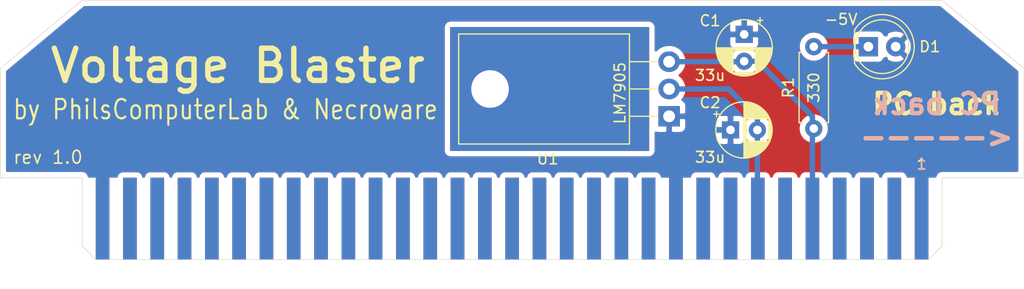
<source format=kicad_pcb>
(kicad_pcb (version 20171130) (host pcbnew 5.1.8)

  (general
    (thickness 1.6)
    (drawings 21)
    (tracks 16)
    (zones 0)
    (modules 6)
    (nets 5)
  )

  (page A4)
  (title_block
    (title "Voltage Blaster")
    (date 2020-11-21)
    (rev 1.0)
    (company "PhilsComputerLab & Necroware")
    (comment 1 "by Scorp")
  )

  (layers
    (0 F.Cu signal)
    (31 B.Cu signal)
    (32 B.Adhes user)
    (33 F.Adhes user)
    (34 B.Paste user)
    (35 F.Paste user)
    (36 B.SilkS user)
    (37 F.SilkS user)
    (38 B.Mask user)
    (39 F.Mask user)
    (40 Dwgs.User user)
    (41 Cmts.User user)
    (42 Eco1.User user)
    (43 Eco2.User user)
    (44 Edge.Cuts user)
    (45 Margin user)
    (46 B.CrtYd user)
    (47 F.CrtYd user)
    (48 B.Fab user)
    (49 F.Fab user)
  )

  (setup
    (last_trace_width 0.5)
    (trace_clearance 0.4)
    (zone_clearance 0.508)
    (zone_45_only no)
    (trace_min 0.2)
    (via_size 0.8)
    (via_drill 0.4)
    (via_min_size 0.4)
    (via_min_drill 0.3)
    (uvia_size 0.3)
    (uvia_drill 0.1)
    (uvias_allowed no)
    (uvia_min_size 0.2)
    (uvia_min_drill 0.1)
    (edge_width 0.05)
    (segment_width 0.2)
    (pcb_text_width 0.3)
    (pcb_text_size 1.5 1.5)
    (mod_edge_width 0.12)
    (mod_text_size 1 1)
    (mod_text_width 0.15)
    (pad_size 1.524 1.524)
    (pad_drill 0.762)
    (pad_to_mask_clearance 0)
    (aux_axis_origin 0 0)
    (visible_elements FFFFFF7F)
    (pcbplotparams
      (layerselection 0x010fc_ffffffff)
      (usegerberextensions false)
      (usegerberattributes true)
      (usegerberadvancedattributes true)
      (creategerberjobfile true)
      (excludeedgelayer true)
      (linewidth 0.100000)
      (plotframeref false)
      (viasonmask false)
      (mode 1)
      (useauxorigin false)
      (hpglpennumber 1)
      (hpglpenspeed 20)
      (hpglpendiameter 15.000000)
      (psnegative false)
      (psa4output false)
      (plotreference true)
      (plotvalue true)
      (plotinvisibletext false)
      (padsonsilk false)
      (subtractmaskfromsilk false)
      (outputformat 1)
      (mirror false)
      (drillshape 0)
      (scaleselection 1)
      (outputdirectory "./gerber"))
  )

  (net 0 "")
  (net 1 "Net-(C1-Pad2)")
  (net 2 GND)
  (net 3 "Net-(C2-Pad2)")
  (net 4 "Net-(D1-Pad1)")

  (net_class Default "This is the default net class."
    (clearance 0.4)
    (trace_width 0.5)
    (via_dia 0.8)
    (via_drill 0.4)
    (uvia_dia 0.3)
    (uvia_drill 0.1)
    (add_net GND)
    (add_net "Net-(C1-Pad2)")
    (add_net "Net-(C2-Pad2)")
    (add_net "Net-(D1-Pad1)")
    (add_net "Net-(J1-Pad11)")
    (add_net "Net-(J1-Pad12)")
    (add_net "Net-(J1-Pad13)")
    (add_net "Net-(J1-Pad14)")
    (add_net "Net-(J1-Pad15)")
    (add_net "Net-(J1-Pad16)")
    (add_net "Net-(J1-Pad17)")
    (add_net "Net-(J1-Pad18)")
    (add_net "Net-(J1-Pad19)")
    (add_net "Net-(J1-Pad2)")
    (add_net "Net-(J1-Pad20)")
    (add_net "Net-(J1-Pad21)")
    (add_net "Net-(J1-Pad22)")
    (add_net "Net-(J1-Pad23)")
    (add_net "Net-(J1-Pad24)")
    (add_net "Net-(J1-Pad25)")
    (add_net "Net-(J1-Pad26)")
    (add_net "Net-(J1-Pad27)")
    (add_net "Net-(J1-Pad28)")
    (add_net "Net-(J1-Pad29)")
    (add_net "Net-(J1-Pad3)")
    (add_net "Net-(J1-Pad30)")
    (add_net "Net-(J1-Pad32)")
    (add_net "Net-(J1-Pad33)")
    (add_net "Net-(J1-Pad34)")
    (add_net "Net-(J1-Pad35)")
    (add_net "Net-(J1-Pad36)")
    (add_net "Net-(J1-Pad37)")
    (add_net "Net-(J1-Pad38)")
    (add_net "Net-(J1-Pad39)")
    (add_net "Net-(J1-Pad4)")
    (add_net "Net-(J1-Pad40)")
    (add_net "Net-(J1-Pad41)")
    (add_net "Net-(J1-Pad42)")
    (add_net "Net-(J1-Pad43)")
    (add_net "Net-(J1-Pad44)")
    (add_net "Net-(J1-Pad45)")
    (add_net "Net-(J1-Pad46)")
    (add_net "Net-(J1-Pad47)")
    (add_net "Net-(J1-Pad48)")
    (add_net "Net-(J1-Pad49)")
    (add_net "Net-(J1-Pad50)")
    (add_net "Net-(J1-Pad51)")
    (add_net "Net-(J1-Pad52)")
    (add_net "Net-(J1-Pad53)")
    (add_net "Net-(J1-Pad54)")
    (add_net "Net-(J1-Pad55)")
    (add_net "Net-(J1-Pad56)")
    (add_net "Net-(J1-Pad57)")
    (add_net "Net-(J1-Pad58)")
    (add_net "Net-(J1-Pad59)")
    (add_net "Net-(J1-Pad6)")
    (add_net "Net-(J1-Pad60)")
    (add_net "Net-(J1-Pad61)")
    (add_net "Net-(J1-Pad62)")
    (add_net "Net-(J1-Pad8)")
    (add_net "Net-(J1-Pad9)")
  )

  (module MyLibrary:ISA_8BIT_EDGE (layer F.Cu) (tedit 5FB84D5C) (tstamp 5FBB2344)
    (at 156.845 63.5)
    (path /5FB82605)
    (fp_text reference J1 (at -35.56 9.525) (layer F.Fab)
      (effects (font (size 1 1) (thickness 0.15)))
    )
    (fp_text value Bus_ISA_8bit (at -43.18 9.525) (layer F.Fab)
      (effects (font (size 1 1) (thickness 0.15)))
    )
    (fp_line (start 1.905 0) (end -78.105 0) (layer F.Fab) (width 0.12))
    (fp_line (start 1.905 6.35) (end 1.905 0) (layer F.Fab) (width 0.12))
    (fp_line (start 0.635 7.62) (end 1.905 6.35) (layer F.Fab) (width 0.12))
    (fp_line (start -76.835 7.62) (end 0.635 7.62) (layer F.Fab) (width 0.12))
    (fp_line (start -78.105 6.35) (end -76.835 7.62) (layer F.Fab) (width 0.12))
    (fp_line (start -78.105 0) (end -78.105 6.35) (layer F.Fab) (width 0.12))
    (pad 62 connect rect (at -76.2 3.81) (size 1.27 7.62) (layers F.Cu F.Mask))
    (pad 61 connect rect (at -73.66 3.81) (size 1.27 7.62) (layers F.Cu F.Mask))
    (pad 60 connect rect (at -71.12 3.81) (size 1.27 7.62) (layers F.Cu F.Mask))
    (pad 59 connect rect (at -68.58 3.81) (size 1.27 7.62) (layers F.Cu F.Mask))
    (pad 58 connect rect (at -66.04 3.81) (size 1.27 7.62) (layers F.Cu F.Mask))
    (pad 57 connect rect (at -63.5 3.81) (size 1.27 7.62) (layers F.Cu F.Mask))
    (pad 56 connect rect (at -60.96 3.81) (size 1.27 7.62) (layers F.Cu F.Mask))
    (pad 55 connect rect (at -58.42 3.81) (size 1.27 7.62) (layers F.Cu F.Mask))
    (pad 54 connect rect (at -55.88 3.81) (size 1.27 7.62) (layers F.Cu F.Mask))
    (pad 53 connect rect (at -53.34 3.81) (size 1.27 7.62) (layers F.Cu F.Mask))
    (pad 52 connect rect (at -50.8 3.81) (size 1.27 7.62) (layers F.Cu F.Mask))
    (pad 51 connect rect (at -48.26 3.81) (size 1.27 7.62) (layers F.Cu F.Mask))
    (pad 50 connect rect (at -45.72 3.81) (size 1.27 7.62) (layers F.Cu F.Mask))
    (pad 49 connect rect (at -43.18 3.81) (size 1.27 7.62) (layers F.Cu F.Mask))
    (pad 48 connect rect (at -40.64 3.81) (size 1.27 7.62) (layers F.Cu F.Mask))
    (pad 47 connect rect (at -38.1 3.81) (size 1.27 7.62) (layers F.Cu F.Mask))
    (pad 46 connect rect (at -35.56 3.81) (size 1.27 7.62) (layers F.Cu F.Mask))
    (pad 45 connect rect (at -33.02 3.81) (size 1.27 7.62) (layers F.Cu F.Mask))
    (pad 44 connect rect (at -30.48 3.81) (size 1.27 7.62) (layers F.Cu F.Mask))
    (pad 43 connect rect (at -27.94 3.81) (size 1.27 7.62) (layers F.Cu F.Mask))
    (pad 42 connect rect (at -25.4 3.81) (size 1.27 7.62) (layers F.Cu F.Mask))
    (pad 41 connect rect (at -22.86 3.81) (size 1.27 7.62) (layers F.Cu F.Mask))
    (pad 40 connect rect (at -20.32 3.81) (size 1.27 7.62) (layers F.Cu F.Mask))
    (pad 39 connect rect (at -17.78 3.81) (size 1.27 7.62) (layers F.Cu F.Mask))
    (pad 38 connect rect (at -15.24 3.81) (size 1.27 7.62) (layers F.Cu F.Mask))
    (pad 37 connect rect (at -12.7 3.81) (size 1.27 7.62) (layers F.Cu F.Mask))
    (pad 36 connect rect (at -10.16 3.81) (size 1.27 7.62) (layers F.Cu F.Mask))
    (pad 35 connect rect (at -7.62 3.81) (size 1.27 7.62) (layers F.Cu F.Mask))
    (pad 34 connect rect (at -5.08 3.81) (size 1.27 7.62) (layers F.Cu F.Mask))
    (pad 33 connect rect (at -2.54 3.81) (size 1.27 7.62) (layers F.Cu F.Mask))
    (pad 32 connect rect (at 0 3.81) (size 1.27 7.62) (layers F.Cu F.Mask))
    (pad 31 connect rect (at -76.2 3.81) (size 1.27 7.62) (layers B.Cu B.Mask)
      (net 2 GND))
    (pad 30 connect rect (at -73.66 3.81) (size 1.27 7.62) (layers B.Cu B.Mask))
    (pad 29 connect rect (at -71.12 3.81) (size 1.27 7.62) (layers B.Cu B.Mask))
    (pad 28 connect rect (at -68.58 3.81) (size 1.27 7.62) (layers B.Cu B.Mask))
    (pad 27 connect rect (at -66.04 3.81) (size 1.27 7.62) (layers B.Cu B.Mask))
    (pad 26 connect rect (at -63.5 3.81) (size 1.27 7.62) (layers B.Cu B.Mask))
    (pad 25 connect rect (at -60.96 3.81) (size 1.27 7.62) (layers B.Cu B.Mask))
    (pad 24 connect rect (at -58.42 3.81) (size 1.27 7.62) (layers B.Cu B.Mask))
    (pad 23 connect rect (at -55.88 3.81) (size 1.27 7.62) (layers B.Cu B.Mask))
    (pad 22 connect rect (at -53.34 3.81) (size 1.27 7.62) (layers B.Cu B.Mask))
    (pad 21 connect rect (at -50.8 3.81) (size 1.27 7.62) (layers B.Cu B.Mask))
    (pad 20 connect rect (at -48.26 3.81) (size 1.27 7.62) (layers B.Cu B.Mask))
    (pad 19 connect rect (at -45.72 3.81) (size 1.27 7.62) (layers B.Cu B.Mask))
    (pad 18 connect rect (at -43.18 3.81) (size 1.27 7.62) (layers B.Cu B.Mask))
    (pad 17 connect rect (at -40.64 3.81) (size 1.27 7.62) (layers B.Cu B.Mask))
    (pad 16 connect rect (at -38.1 3.81) (size 1.27 7.62) (layers B.Cu B.Mask))
    (pad 15 connect rect (at -35.56 3.81) (size 1.27 7.62) (layers B.Cu B.Mask))
    (pad 14 connect rect (at -33.02 3.81) (size 1.27 7.62) (layers B.Cu B.Mask))
    (pad 13 connect rect (at -30.48 3.81) (size 1.27 7.62) (layers B.Cu B.Mask))
    (pad 12 connect rect (at -27.94 3.81) (size 1.27 7.62) (layers B.Cu B.Mask))
    (pad 11 connect rect (at -25.4 3.81) (size 1.27 7.62) (layers B.Cu B.Mask))
    (pad 10 connect rect (at -22.86 3.81) (size 1.27 7.62) (layers B.Cu B.Mask)
      (net 2 GND))
    (pad 9 connect rect (at -20.32 3.81) (size 1.27 7.62) (layers B.Cu B.Mask))
    (pad 8 connect rect (at -17.78 3.81) (size 1.27 7.62) (layers B.Cu B.Mask))
    (pad 7 connect rect (at -15.24 3.81) (size 1.27 7.62) (layers B.Cu B.Mask)
      (net 3 "Net-(C2-Pad2)"))
    (pad 6 connect rect (at -12.7 3.81) (size 1.27 7.62) (layers B.Cu B.Mask))
    (pad 5 connect rect (at -10.16 3.81) (size 1.27 7.62) (layers B.Cu B.Mask)
      (net 1 "Net-(C1-Pad2)"))
    (pad 4 connect rect (at -7.62 3.81) (size 1.27 7.62) (layers B.Cu B.Mask))
    (pad 3 connect rect (at -5.08 3.81) (size 1.27 7.62) (layers B.Cu B.Mask))
    (pad 2 connect rect (at -2.54 3.81) (size 1.27 7.62) (layers B.Cu B.Mask))
    (pad 1 connect rect (at 0 3.81) (size 1.27 7.62) (layers B.Cu B.Mask)
      (net 2 GND))
  )

  (module Package_TO_SOT_THT:TO-220-3_Horizontal_TabDown (layer F.Cu) (tedit 5AC8BA0D) (tstamp 5FBB237E)
    (at 133.35 57.785 90)
    (descr "TO-220-3, Horizontal, RM 2.54mm, see https://www.vishay.com/docs/66542/to-220-1.pdf")
    (tags "TO-220-3 Horizontal RM 2.54mm")
    (path /5FB84DCB)
    (fp_text reference U1 (at -3.968691 -11.293775 180) (layer F.SilkS)
      (effects (font (size 1 1) (thickness 0.15)))
    )
    (fp_text value LM7905 (at 2.159 -4.572 270) (layer F.SilkS)
      (effects (font (size 1 1) (thickness 0.15)))
    )
    (fp_line (start 7.79 -19.71) (end -2.71 -19.71) (layer F.CrtYd) (width 0.05))
    (fp_line (start 7.79 1.25) (end 7.79 -19.71) (layer F.CrtYd) (width 0.05))
    (fp_line (start -2.71 1.25) (end 7.79 1.25) (layer F.CrtYd) (width 0.05))
    (fp_line (start -2.71 -19.71) (end -2.71 1.25) (layer F.CrtYd) (width 0.05))
    (fp_line (start 5.08 -3.69) (end 5.08 -1.15) (layer F.SilkS) (width 0.12))
    (fp_line (start 2.54 -3.69) (end 2.54 -1.15) (layer F.SilkS) (width 0.12))
    (fp_line (start 0 -3.69) (end 0 -1.15) (layer F.SilkS) (width 0.12))
    (fp_line (start 7.66 -19.58) (end 7.66 -3.69) (layer F.SilkS) (width 0.12))
    (fp_line (start -2.58 -19.58) (end -2.58 -3.69) (layer F.SilkS) (width 0.12))
    (fp_line (start -2.58 -19.58) (end 7.66 -19.58) (layer F.SilkS) (width 0.12))
    (fp_line (start -2.58 -3.69) (end 7.66 -3.69) (layer F.SilkS) (width 0.12))
    (fp_line (start 5.08 -3.81) (end 5.08 0) (layer F.Fab) (width 0.1))
    (fp_line (start 2.54 -3.81) (end 2.54 0) (layer F.Fab) (width 0.1))
    (fp_line (start 0 -3.81) (end 0 0) (layer F.Fab) (width 0.1))
    (fp_line (start 7.54 -3.81) (end -2.46 -3.81) (layer F.Fab) (width 0.1))
    (fp_line (start 7.54 -13.06) (end 7.54 -3.81) (layer F.Fab) (width 0.1))
    (fp_line (start -2.46 -13.06) (end 7.54 -13.06) (layer F.Fab) (width 0.1))
    (fp_line (start -2.46 -3.81) (end -2.46 -13.06) (layer F.Fab) (width 0.1))
    (fp_line (start 7.54 -13.06) (end -2.46 -13.06) (layer F.Fab) (width 0.1))
    (fp_line (start 7.54 -19.46) (end 7.54 -13.06) (layer F.Fab) (width 0.1))
    (fp_line (start -2.46 -19.46) (end 7.54 -19.46) (layer F.Fab) (width 0.1))
    (fp_line (start -2.46 -13.06) (end -2.46 -19.46) (layer F.Fab) (width 0.1))
    (fp_circle (center 2.54 -16.66) (end 4.39 -16.66) (layer F.Fab) (width 0.1))
    (fp_text user %R (at 2.54 -11.43 90) (layer F.Fab)
      (effects (font (size 1 1) (thickness 0.15)))
    )
    (pad 3 thru_hole oval (at 5.08 0 90) (size 1.905 2) (drill 1.1) (layers *.Cu *.Mask)
      (net 1 "Net-(C1-Pad2)"))
    (pad 2 thru_hole oval (at 2.54 0 90) (size 1.905 2) (drill 1.1) (layers *.Cu *.Mask)
      (net 3 "Net-(C2-Pad2)"))
    (pad 1 thru_hole rect (at 0 0 90) (size 1.905 2) (drill 1.1) (layers *.Cu *.Mask)
      (net 2 GND))
    (pad "" np_thru_hole oval (at 2.54 -16.66 90) (size 3.5 3.5) (drill 3.5) (layers *.Cu *.Mask))
    (model ${KISYS3DMOD}/Package_TO_SOT_THT.3dshapes/TO-220-3_Horizontal_TabDown.wrl
      (at (xyz 0 0 0))
      (scale (xyz 1 1 1))
      (rotate (xyz 0 0 0))
    )
  )

  (module Capacitor_THT:CP_Radial_D5.0mm_P2.50mm (layer F.Cu) (tedit 5AE50EF0) (tstamp 5FBB22EA)
    (at 139.065 59.055)
    (descr "CP, Radial series, Radial, pin pitch=2.50mm, , diameter=5mm, Electrolytic Capacitor")
    (tags "CP Radial series Radial pin pitch 2.50mm  diameter 5mm Electrolytic Capacitor")
    (path /5FB87CDF)
    (fp_text reference C2 (at -1.905 -2.54 180) (layer F.SilkS)
      (effects (font (size 1 1) (thickness 0.15)))
    )
    (fp_text value 33u (at -1.905 2.54 180) (layer F.SilkS)
      (effects (font (size 1 1) (thickness 0.15)))
    )
    (fp_line (start -1.304775 -1.725) (end -1.304775 -1.225) (layer F.SilkS) (width 0.12))
    (fp_line (start -1.554775 -1.475) (end -1.054775 -1.475) (layer F.SilkS) (width 0.12))
    (fp_line (start 3.851 -0.284) (end 3.851 0.284) (layer F.SilkS) (width 0.12))
    (fp_line (start 3.811 -0.518) (end 3.811 0.518) (layer F.SilkS) (width 0.12))
    (fp_line (start 3.771 -0.677) (end 3.771 0.677) (layer F.SilkS) (width 0.12))
    (fp_line (start 3.731 -0.805) (end 3.731 0.805) (layer F.SilkS) (width 0.12))
    (fp_line (start 3.691 -0.915) (end 3.691 0.915) (layer F.SilkS) (width 0.12))
    (fp_line (start 3.651 -1.011) (end 3.651 1.011) (layer F.SilkS) (width 0.12))
    (fp_line (start 3.611 -1.098) (end 3.611 1.098) (layer F.SilkS) (width 0.12))
    (fp_line (start 3.571 -1.178) (end 3.571 1.178) (layer F.SilkS) (width 0.12))
    (fp_line (start 3.531 1.04) (end 3.531 1.251) (layer F.SilkS) (width 0.12))
    (fp_line (start 3.531 -1.251) (end 3.531 -1.04) (layer F.SilkS) (width 0.12))
    (fp_line (start 3.491 1.04) (end 3.491 1.319) (layer F.SilkS) (width 0.12))
    (fp_line (start 3.491 -1.319) (end 3.491 -1.04) (layer F.SilkS) (width 0.12))
    (fp_line (start 3.451 1.04) (end 3.451 1.383) (layer F.SilkS) (width 0.12))
    (fp_line (start 3.451 -1.383) (end 3.451 -1.04) (layer F.SilkS) (width 0.12))
    (fp_line (start 3.411 1.04) (end 3.411 1.443) (layer F.SilkS) (width 0.12))
    (fp_line (start 3.411 -1.443) (end 3.411 -1.04) (layer F.SilkS) (width 0.12))
    (fp_line (start 3.371 1.04) (end 3.371 1.5) (layer F.SilkS) (width 0.12))
    (fp_line (start 3.371 -1.5) (end 3.371 -1.04) (layer F.SilkS) (width 0.12))
    (fp_line (start 3.331 1.04) (end 3.331 1.554) (layer F.SilkS) (width 0.12))
    (fp_line (start 3.331 -1.554) (end 3.331 -1.04) (layer F.SilkS) (width 0.12))
    (fp_line (start 3.291 1.04) (end 3.291 1.605) (layer F.SilkS) (width 0.12))
    (fp_line (start 3.291 -1.605) (end 3.291 -1.04) (layer F.SilkS) (width 0.12))
    (fp_line (start 3.251 1.04) (end 3.251 1.653) (layer F.SilkS) (width 0.12))
    (fp_line (start 3.251 -1.653) (end 3.251 -1.04) (layer F.SilkS) (width 0.12))
    (fp_line (start 3.211 1.04) (end 3.211 1.699) (layer F.SilkS) (width 0.12))
    (fp_line (start 3.211 -1.699) (end 3.211 -1.04) (layer F.SilkS) (width 0.12))
    (fp_line (start 3.171 1.04) (end 3.171 1.743) (layer F.SilkS) (width 0.12))
    (fp_line (start 3.171 -1.743) (end 3.171 -1.04) (layer F.SilkS) (width 0.12))
    (fp_line (start 3.131 1.04) (end 3.131 1.785) (layer F.SilkS) (width 0.12))
    (fp_line (start 3.131 -1.785) (end 3.131 -1.04) (layer F.SilkS) (width 0.12))
    (fp_line (start 3.091 1.04) (end 3.091 1.826) (layer F.SilkS) (width 0.12))
    (fp_line (start 3.091 -1.826) (end 3.091 -1.04) (layer F.SilkS) (width 0.12))
    (fp_line (start 3.051 1.04) (end 3.051 1.864) (layer F.SilkS) (width 0.12))
    (fp_line (start 3.051 -1.864) (end 3.051 -1.04) (layer F.SilkS) (width 0.12))
    (fp_line (start 3.011 1.04) (end 3.011 1.901) (layer F.SilkS) (width 0.12))
    (fp_line (start 3.011 -1.901) (end 3.011 -1.04) (layer F.SilkS) (width 0.12))
    (fp_line (start 2.971 1.04) (end 2.971 1.937) (layer F.SilkS) (width 0.12))
    (fp_line (start 2.971 -1.937) (end 2.971 -1.04) (layer F.SilkS) (width 0.12))
    (fp_line (start 2.931 1.04) (end 2.931 1.971) (layer F.SilkS) (width 0.12))
    (fp_line (start 2.931 -1.971) (end 2.931 -1.04) (layer F.SilkS) (width 0.12))
    (fp_line (start 2.891 1.04) (end 2.891 2.004) (layer F.SilkS) (width 0.12))
    (fp_line (start 2.891 -2.004) (end 2.891 -1.04) (layer F.SilkS) (width 0.12))
    (fp_line (start 2.851 1.04) (end 2.851 2.035) (layer F.SilkS) (width 0.12))
    (fp_line (start 2.851 -2.035) (end 2.851 -1.04) (layer F.SilkS) (width 0.12))
    (fp_line (start 2.811 1.04) (end 2.811 2.065) (layer F.SilkS) (width 0.12))
    (fp_line (start 2.811 -2.065) (end 2.811 -1.04) (layer F.SilkS) (width 0.12))
    (fp_line (start 2.771 1.04) (end 2.771 2.095) (layer F.SilkS) (width 0.12))
    (fp_line (start 2.771 -2.095) (end 2.771 -1.04) (layer F.SilkS) (width 0.12))
    (fp_line (start 2.731 1.04) (end 2.731 2.122) (layer F.SilkS) (width 0.12))
    (fp_line (start 2.731 -2.122) (end 2.731 -1.04) (layer F.SilkS) (width 0.12))
    (fp_line (start 2.691 1.04) (end 2.691 2.149) (layer F.SilkS) (width 0.12))
    (fp_line (start 2.691 -2.149) (end 2.691 -1.04) (layer F.SilkS) (width 0.12))
    (fp_line (start 2.651 1.04) (end 2.651 2.175) (layer F.SilkS) (width 0.12))
    (fp_line (start 2.651 -2.175) (end 2.651 -1.04) (layer F.SilkS) (width 0.12))
    (fp_line (start 2.611 1.04) (end 2.611 2.2) (layer F.SilkS) (width 0.12))
    (fp_line (start 2.611 -2.2) (end 2.611 -1.04) (layer F.SilkS) (width 0.12))
    (fp_line (start 2.571 1.04) (end 2.571 2.224) (layer F.SilkS) (width 0.12))
    (fp_line (start 2.571 -2.224) (end 2.571 -1.04) (layer F.SilkS) (width 0.12))
    (fp_line (start 2.531 1.04) (end 2.531 2.247) (layer F.SilkS) (width 0.12))
    (fp_line (start 2.531 -2.247) (end 2.531 -1.04) (layer F.SilkS) (width 0.12))
    (fp_line (start 2.491 1.04) (end 2.491 2.268) (layer F.SilkS) (width 0.12))
    (fp_line (start 2.491 -2.268) (end 2.491 -1.04) (layer F.SilkS) (width 0.12))
    (fp_line (start 2.451 1.04) (end 2.451 2.29) (layer F.SilkS) (width 0.12))
    (fp_line (start 2.451 -2.29) (end 2.451 -1.04) (layer F.SilkS) (width 0.12))
    (fp_line (start 2.411 1.04) (end 2.411 2.31) (layer F.SilkS) (width 0.12))
    (fp_line (start 2.411 -2.31) (end 2.411 -1.04) (layer F.SilkS) (width 0.12))
    (fp_line (start 2.371 1.04) (end 2.371 2.329) (layer F.SilkS) (width 0.12))
    (fp_line (start 2.371 -2.329) (end 2.371 -1.04) (layer F.SilkS) (width 0.12))
    (fp_line (start 2.331 1.04) (end 2.331 2.348) (layer F.SilkS) (width 0.12))
    (fp_line (start 2.331 -2.348) (end 2.331 -1.04) (layer F.SilkS) (width 0.12))
    (fp_line (start 2.291 1.04) (end 2.291 2.365) (layer F.SilkS) (width 0.12))
    (fp_line (start 2.291 -2.365) (end 2.291 -1.04) (layer F.SilkS) (width 0.12))
    (fp_line (start 2.251 1.04) (end 2.251 2.382) (layer F.SilkS) (width 0.12))
    (fp_line (start 2.251 -2.382) (end 2.251 -1.04) (layer F.SilkS) (width 0.12))
    (fp_line (start 2.211 1.04) (end 2.211 2.398) (layer F.SilkS) (width 0.12))
    (fp_line (start 2.211 -2.398) (end 2.211 -1.04) (layer F.SilkS) (width 0.12))
    (fp_line (start 2.171 1.04) (end 2.171 2.414) (layer F.SilkS) (width 0.12))
    (fp_line (start 2.171 -2.414) (end 2.171 -1.04) (layer F.SilkS) (width 0.12))
    (fp_line (start 2.131 1.04) (end 2.131 2.428) (layer F.SilkS) (width 0.12))
    (fp_line (start 2.131 -2.428) (end 2.131 -1.04) (layer F.SilkS) (width 0.12))
    (fp_line (start 2.091 1.04) (end 2.091 2.442) (layer F.SilkS) (width 0.12))
    (fp_line (start 2.091 -2.442) (end 2.091 -1.04) (layer F.SilkS) (width 0.12))
    (fp_line (start 2.051 1.04) (end 2.051 2.455) (layer F.SilkS) (width 0.12))
    (fp_line (start 2.051 -2.455) (end 2.051 -1.04) (layer F.SilkS) (width 0.12))
    (fp_line (start 2.011 1.04) (end 2.011 2.468) (layer F.SilkS) (width 0.12))
    (fp_line (start 2.011 -2.468) (end 2.011 -1.04) (layer F.SilkS) (width 0.12))
    (fp_line (start 1.971 1.04) (end 1.971 2.48) (layer F.SilkS) (width 0.12))
    (fp_line (start 1.971 -2.48) (end 1.971 -1.04) (layer F.SilkS) (width 0.12))
    (fp_line (start 1.93 1.04) (end 1.93 2.491) (layer F.SilkS) (width 0.12))
    (fp_line (start 1.93 -2.491) (end 1.93 -1.04) (layer F.SilkS) (width 0.12))
    (fp_line (start 1.89 1.04) (end 1.89 2.501) (layer F.SilkS) (width 0.12))
    (fp_line (start 1.89 -2.501) (end 1.89 -1.04) (layer F.SilkS) (width 0.12))
    (fp_line (start 1.85 1.04) (end 1.85 2.511) (layer F.SilkS) (width 0.12))
    (fp_line (start 1.85 -2.511) (end 1.85 -1.04) (layer F.SilkS) (width 0.12))
    (fp_line (start 1.81 1.04) (end 1.81 2.52) (layer F.SilkS) (width 0.12))
    (fp_line (start 1.81 -2.52) (end 1.81 -1.04) (layer F.SilkS) (width 0.12))
    (fp_line (start 1.77 1.04) (end 1.77 2.528) (layer F.SilkS) (width 0.12))
    (fp_line (start 1.77 -2.528) (end 1.77 -1.04) (layer F.SilkS) (width 0.12))
    (fp_line (start 1.73 1.04) (end 1.73 2.536) (layer F.SilkS) (width 0.12))
    (fp_line (start 1.73 -2.536) (end 1.73 -1.04) (layer F.SilkS) (width 0.12))
    (fp_line (start 1.69 1.04) (end 1.69 2.543) (layer F.SilkS) (width 0.12))
    (fp_line (start 1.69 -2.543) (end 1.69 -1.04) (layer F.SilkS) (width 0.12))
    (fp_line (start 1.65 1.04) (end 1.65 2.55) (layer F.SilkS) (width 0.12))
    (fp_line (start 1.65 -2.55) (end 1.65 -1.04) (layer F.SilkS) (width 0.12))
    (fp_line (start 1.61 1.04) (end 1.61 2.556) (layer F.SilkS) (width 0.12))
    (fp_line (start 1.61 -2.556) (end 1.61 -1.04) (layer F.SilkS) (width 0.12))
    (fp_line (start 1.57 1.04) (end 1.57 2.561) (layer F.SilkS) (width 0.12))
    (fp_line (start 1.57 -2.561) (end 1.57 -1.04) (layer F.SilkS) (width 0.12))
    (fp_line (start 1.53 1.04) (end 1.53 2.565) (layer F.SilkS) (width 0.12))
    (fp_line (start 1.53 -2.565) (end 1.53 -1.04) (layer F.SilkS) (width 0.12))
    (fp_line (start 1.49 1.04) (end 1.49 2.569) (layer F.SilkS) (width 0.12))
    (fp_line (start 1.49 -2.569) (end 1.49 -1.04) (layer F.SilkS) (width 0.12))
    (fp_line (start 1.45 -2.573) (end 1.45 2.573) (layer F.SilkS) (width 0.12))
    (fp_line (start 1.41 -2.576) (end 1.41 2.576) (layer F.SilkS) (width 0.12))
    (fp_line (start 1.37 -2.578) (end 1.37 2.578) (layer F.SilkS) (width 0.12))
    (fp_line (start 1.33 -2.579) (end 1.33 2.579) (layer F.SilkS) (width 0.12))
    (fp_line (start 1.29 -2.58) (end 1.29 2.58) (layer F.SilkS) (width 0.12))
    (fp_line (start 1.25 -2.58) (end 1.25 2.58) (layer F.SilkS) (width 0.12))
    (fp_line (start -0.633605 -1.3375) (end -0.633605 -0.8375) (layer F.Fab) (width 0.1))
    (fp_line (start -0.883605 -1.0875) (end -0.383605 -1.0875) (layer F.Fab) (width 0.1))
    (fp_circle (center 1.25 0) (end 4 0) (layer F.CrtYd) (width 0.05))
    (fp_circle (center 1.25 0) (end 3.87 0) (layer F.SilkS) (width 0.12))
    (fp_circle (center 1.25 0) (end 3.75 0) (layer F.Fab) (width 0.1))
    (fp_text user %R (at 1.25 0) (layer F.Fab)
      (effects (font (size 1 1) (thickness 0.15)))
    )
    (pad 2 thru_hole circle (at 2.5 0) (size 1.6 1.6) (drill 0.8) (layers *.Cu *.Mask)
      (net 3 "Net-(C2-Pad2)"))
    (pad 1 thru_hole rect (at 0 0) (size 1.6 1.6) (drill 0.8) (layers *.Cu *.Mask)
      (net 2 GND))
    (model ${KISYS3DMOD}/Capacitor_THT.3dshapes/CP_Radial_D5.0mm_P2.50mm.wrl
      (at (xyz 0 0 0))
      (scale (xyz 1 1 1))
      (rotate (xyz 0 0 0))
    )
  )

  (module Capacitor_THT:CP_Radial_D5.0mm_P2.50mm (layer F.Cu) (tedit 5AE50EF0) (tstamp 5FBB2256)
    (at 140.335 50.165 270)
    (descr "CP, Radial series, Radial, pin pitch=2.50mm, , diameter=5mm, Electrolytic Capacitor")
    (tags "CP Radial series Radial pin pitch 2.50mm  diameter 5mm Electrolytic Capacitor")
    (path /5FB87953)
    (fp_text reference C1 (at -1.27 3.175 180) (layer F.SilkS)
      (effects (font (size 1 1) (thickness 0.15)))
    )
    (fp_text value 33u (at 3.81 3.175 180) (layer F.SilkS)
      (effects (font (size 1 1) (thickness 0.15)))
    )
    (fp_line (start -1.304775 -1.725) (end -1.304775 -1.225) (layer F.SilkS) (width 0.12))
    (fp_line (start -1.554775 -1.475) (end -1.054775 -1.475) (layer F.SilkS) (width 0.12))
    (fp_line (start 3.851 -0.284) (end 3.851 0.284) (layer F.SilkS) (width 0.12))
    (fp_line (start 3.811 -0.518) (end 3.811 0.518) (layer F.SilkS) (width 0.12))
    (fp_line (start 3.771 -0.677) (end 3.771 0.677) (layer F.SilkS) (width 0.12))
    (fp_line (start 3.731 -0.805) (end 3.731 0.805) (layer F.SilkS) (width 0.12))
    (fp_line (start 3.691 -0.915) (end 3.691 0.915) (layer F.SilkS) (width 0.12))
    (fp_line (start 3.651 -1.011) (end 3.651 1.011) (layer F.SilkS) (width 0.12))
    (fp_line (start 3.611 -1.098) (end 3.611 1.098) (layer F.SilkS) (width 0.12))
    (fp_line (start 3.571 -1.178) (end 3.571 1.178) (layer F.SilkS) (width 0.12))
    (fp_line (start 3.531 1.04) (end 3.531 1.251) (layer F.SilkS) (width 0.12))
    (fp_line (start 3.531 -1.251) (end 3.531 -1.04) (layer F.SilkS) (width 0.12))
    (fp_line (start 3.491 1.04) (end 3.491 1.319) (layer F.SilkS) (width 0.12))
    (fp_line (start 3.491 -1.319) (end 3.491 -1.04) (layer F.SilkS) (width 0.12))
    (fp_line (start 3.451 1.04) (end 3.451 1.383) (layer F.SilkS) (width 0.12))
    (fp_line (start 3.451 -1.383) (end 3.451 -1.04) (layer F.SilkS) (width 0.12))
    (fp_line (start 3.411 1.04) (end 3.411 1.443) (layer F.SilkS) (width 0.12))
    (fp_line (start 3.411 -1.443) (end 3.411 -1.04) (layer F.SilkS) (width 0.12))
    (fp_line (start 3.371 1.04) (end 3.371 1.5) (layer F.SilkS) (width 0.12))
    (fp_line (start 3.371 -1.5) (end 3.371 -1.04) (layer F.SilkS) (width 0.12))
    (fp_line (start 3.331 1.04) (end 3.331 1.554) (layer F.SilkS) (width 0.12))
    (fp_line (start 3.331 -1.554) (end 3.331 -1.04) (layer F.SilkS) (width 0.12))
    (fp_line (start 3.291 1.04) (end 3.291 1.605) (layer F.SilkS) (width 0.12))
    (fp_line (start 3.291 -1.605) (end 3.291 -1.04) (layer F.SilkS) (width 0.12))
    (fp_line (start 3.251 1.04) (end 3.251 1.653) (layer F.SilkS) (width 0.12))
    (fp_line (start 3.251 -1.653) (end 3.251 -1.04) (layer F.SilkS) (width 0.12))
    (fp_line (start 3.211 1.04) (end 3.211 1.699) (layer F.SilkS) (width 0.12))
    (fp_line (start 3.211 -1.699) (end 3.211 -1.04) (layer F.SilkS) (width 0.12))
    (fp_line (start 3.171 1.04) (end 3.171 1.743) (layer F.SilkS) (width 0.12))
    (fp_line (start 3.171 -1.743) (end 3.171 -1.04) (layer F.SilkS) (width 0.12))
    (fp_line (start 3.131 1.04) (end 3.131 1.785) (layer F.SilkS) (width 0.12))
    (fp_line (start 3.131 -1.785) (end 3.131 -1.04) (layer F.SilkS) (width 0.12))
    (fp_line (start 3.091 1.04) (end 3.091 1.826) (layer F.SilkS) (width 0.12))
    (fp_line (start 3.091 -1.826) (end 3.091 -1.04) (layer F.SilkS) (width 0.12))
    (fp_line (start 3.051 1.04) (end 3.051 1.864) (layer F.SilkS) (width 0.12))
    (fp_line (start 3.051 -1.864) (end 3.051 -1.04) (layer F.SilkS) (width 0.12))
    (fp_line (start 3.011 1.04) (end 3.011 1.901) (layer F.SilkS) (width 0.12))
    (fp_line (start 3.011 -1.901) (end 3.011 -1.04) (layer F.SilkS) (width 0.12))
    (fp_line (start 2.971 1.04) (end 2.971 1.937) (layer F.SilkS) (width 0.12))
    (fp_line (start 2.971 -1.937) (end 2.971 -1.04) (layer F.SilkS) (width 0.12))
    (fp_line (start 2.931 1.04) (end 2.931 1.971) (layer F.SilkS) (width 0.12))
    (fp_line (start 2.931 -1.971) (end 2.931 -1.04) (layer F.SilkS) (width 0.12))
    (fp_line (start 2.891 1.04) (end 2.891 2.004) (layer F.SilkS) (width 0.12))
    (fp_line (start 2.891 -2.004) (end 2.891 -1.04) (layer F.SilkS) (width 0.12))
    (fp_line (start 2.851 1.04) (end 2.851 2.035) (layer F.SilkS) (width 0.12))
    (fp_line (start 2.851 -2.035) (end 2.851 -1.04) (layer F.SilkS) (width 0.12))
    (fp_line (start 2.811 1.04) (end 2.811 2.065) (layer F.SilkS) (width 0.12))
    (fp_line (start 2.811 -2.065) (end 2.811 -1.04) (layer F.SilkS) (width 0.12))
    (fp_line (start 2.771 1.04) (end 2.771 2.095) (layer F.SilkS) (width 0.12))
    (fp_line (start 2.771 -2.095) (end 2.771 -1.04) (layer F.SilkS) (width 0.12))
    (fp_line (start 2.731 1.04) (end 2.731 2.122) (layer F.SilkS) (width 0.12))
    (fp_line (start 2.731 -2.122) (end 2.731 -1.04) (layer F.SilkS) (width 0.12))
    (fp_line (start 2.691 1.04) (end 2.691 2.149) (layer F.SilkS) (width 0.12))
    (fp_line (start 2.691 -2.149) (end 2.691 -1.04) (layer F.SilkS) (width 0.12))
    (fp_line (start 2.651 1.04) (end 2.651 2.175) (layer F.SilkS) (width 0.12))
    (fp_line (start 2.651 -2.175) (end 2.651 -1.04) (layer F.SilkS) (width 0.12))
    (fp_line (start 2.611 1.04) (end 2.611 2.2) (layer F.SilkS) (width 0.12))
    (fp_line (start 2.611 -2.2) (end 2.611 -1.04) (layer F.SilkS) (width 0.12))
    (fp_line (start 2.571 1.04) (end 2.571 2.224) (layer F.SilkS) (width 0.12))
    (fp_line (start 2.571 -2.224) (end 2.571 -1.04) (layer F.SilkS) (width 0.12))
    (fp_line (start 2.531 1.04) (end 2.531 2.247) (layer F.SilkS) (width 0.12))
    (fp_line (start 2.531 -2.247) (end 2.531 -1.04) (layer F.SilkS) (width 0.12))
    (fp_line (start 2.491 1.04) (end 2.491 2.268) (layer F.SilkS) (width 0.12))
    (fp_line (start 2.491 -2.268) (end 2.491 -1.04) (layer F.SilkS) (width 0.12))
    (fp_line (start 2.451 1.04) (end 2.451 2.29) (layer F.SilkS) (width 0.12))
    (fp_line (start 2.451 -2.29) (end 2.451 -1.04) (layer F.SilkS) (width 0.12))
    (fp_line (start 2.411 1.04) (end 2.411 2.31) (layer F.SilkS) (width 0.12))
    (fp_line (start 2.411 -2.31) (end 2.411 -1.04) (layer F.SilkS) (width 0.12))
    (fp_line (start 2.371 1.04) (end 2.371 2.329) (layer F.SilkS) (width 0.12))
    (fp_line (start 2.371 -2.329) (end 2.371 -1.04) (layer F.SilkS) (width 0.12))
    (fp_line (start 2.331 1.04) (end 2.331 2.348) (layer F.SilkS) (width 0.12))
    (fp_line (start 2.331 -2.348) (end 2.331 -1.04) (layer F.SilkS) (width 0.12))
    (fp_line (start 2.291 1.04) (end 2.291 2.365) (layer F.SilkS) (width 0.12))
    (fp_line (start 2.291 -2.365) (end 2.291 -1.04) (layer F.SilkS) (width 0.12))
    (fp_line (start 2.251 1.04) (end 2.251 2.382) (layer F.SilkS) (width 0.12))
    (fp_line (start 2.251 -2.382) (end 2.251 -1.04) (layer F.SilkS) (width 0.12))
    (fp_line (start 2.211 1.04) (end 2.211 2.398) (layer F.SilkS) (width 0.12))
    (fp_line (start 2.211 -2.398) (end 2.211 -1.04) (layer F.SilkS) (width 0.12))
    (fp_line (start 2.171 1.04) (end 2.171 2.414) (layer F.SilkS) (width 0.12))
    (fp_line (start 2.171 -2.414) (end 2.171 -1.04) (layer F.SilkS) (width 0.12))
    (fp_line (start 2.131 1.04) (end 2.131 2.428) (layer F.SilkS) (width 0.12))
    (fp_line (start 2.131 -2.428) (end 2.131 -1.04) (layer F.SilkS) (width 0.12))
    (fp_line (start 2.091 1.04) (end 2.091 2.442) (layer F.SilkS) (width 0.12))
    (fp_line (start 2.091 -2.442) (end 2.091 -1.04) (layer F.SilkS) (width 0.12))
    (fp_line (start 2.051 1.04) (end 2.051 2.455) (layer F.SilkS) (width 0.12))
    (fp_line (start 2.051 -2.455) (end 2.051 -1.04) (layer F.SilkS) (width 0.12))
    (fp_line (start 2.011 1.04) (end 2.011 2.468) (layer F.SilkS) (width 0.12))
    (fp_line (start 2.011 -2.468) (end 2.011 -1.04) (layer F.SilkS) (width 0.12))
    (fp_line (start 1.971 1.04) (end 1.971 2.48) (layer F.SilkS) (width 0.12))
    (fp_line (start 1.971 -2.48) (end 1.971 -1.04) (layer F.SilkS) (width 0.12))
    (fp_line (start 1.93 1.04) (end 1.93 2.491) (layer F.SilkS) (width 0.12))
    (fp_line (start 1.93 -2.491) (end 1.93 -1.04) (layer F.SilkS) (width 0.12))
    (fp_line (start 1.89 1.04) (end 1.89 2.501) (layer F.SilkS) (width 0.12))
    (fp_line (start 1.89 -2.501) (end 1.89 -1.04) (layer F.SilkS) (width 0.12))
    (fp_line (start 1.85 1.04) (end 1.85 2.511) (layer F.SilkS) (width 0.12))
    (fp_line (start 1.85 -2.511) (end 1.85 -1.04) (layer F.SilkS) (width 0.12))
    (fp_line (start 1.81 1.04) (end 1.81 2.52) (layer F.SilkS) (width 0.12))
    (fp_line (start 1.81 -2.52) (end 1.81 -1.04) (layer F.SilkS) (width 0.12))
    (fp_line (start 1.77 1.04) (end 1.77 2.528) (layer F.SilkS) (width 0.12))
    (fp_line (start 1.77 -2.528) (end 1.77 -1.04) (layer F.SilkS) (width 0.12))
    (fp_line (start 1.73 1.04) (end 1.73 2.536) (layer F.SilkS) (width 0.12))
    (fp_line (start 1.73 -2.536) (end 1.73 -1.04) (layer F.SilkS) (width 0.12))
    (fp_line (start 1.69 1.04) (end 1.69 2.543) (layer F.SilkS) (width 0.12))
    (fp_line (start 1.69 -2.543) (end 1.69 -1.04) (layer F.SilkS) (width 0.12))
    (fp_line (start 1.65 1.04) (end 1.65 2.55) (layer F.SilkS) (width 0.12))
    (fp_line (start 1.65 -2.55) (end 1.65 -1.04) (layer F.SilkS) (width 0.12))
    (fp_line (start 1.61 1.04) (end 1.61 2.556) (layer F.SilkS) (width 0.12))
    (fp_line (start 1.61 -2.556) (end 1.61 -1.04) (layer F.SilkS) (width 0.12))
    (fp_line (start 1.57 1.04) (end 1.57 2.561) (layer F.SilkS) (width 0.12))
    (fp_line (start 1.57 -2.561) (end 1.57 -1.04) (layer F.SilkS) (width 0.12))
    (fp_line (start 1.53 1.04) (end 1.53 2.565) (layer F.SilkS) (width 0.12))
    (fp_line (start 1.53 -2.565) (end 1.53 -1.04) (layer F.SilkS) (width 0.12))
    (fp_line (start 1.49 1.04) (end 1.49 2.569) (layer F.SilkS) (width 0.12))
    (fp_line (start 1.49 -2.569) (end 1.49 -1.04) (layer F.SilkS) (width 0.12))
    (fp_line (start 1.45 -2.573) (end 1.45 2.573) (layer F.SilkS) (width 0.12))
    (fp_line (start 1.41 -2.576) (end 1.41 2.576) (layer F.SilkS) (width 0.12))
    (fp_line (start 1.37 -2.578) (end 1.37 2.578) (layer F.SilkS) (width 0.12))
    (fp_line (start 1.33 -2.579) (end 1.33 2.579) (layer F.SilkS) (width 0.12))
    (fp_line (start 1.29 -2.58) (end 1.29 2.58) (layer F.SilkS) (width 0.12))
    (fp_line (start 1.25 -2.58) (end 1.25 2.58) (layer F.SilkS) (width 0.12))
    (fp_line (start -0.633605 -1.3375) (end -0.633605 -0.8375) (layer F.Fab) (width 0.1))
    (fp_line (start -0.883605 -1.0875) (end -0.383605 -1.0875) (layer F.Fab) (width 0.1))
    (fp_circle (center 1.25 0) (end 4 0) (layer F.CrtYd) (width 0.05))
    (fp_circle (center 1.25 0) (end 3.87 0) (layer F.SilkS) (width 0.12))
    (fp_circle (center 1.25 0) (end 3.75 0) (layer F.Fab) (width 0.1))
    (fp_text user %R (at 1.25 0 90) (layer F.Fab)
      (effects (font (size 1 1) (thickness 0.15)))
    )
    (pad 2 thru_hole circle (at 2.5 0 270) (size 1.6 1.6) (drill 0.8) (layers *.Cu *.Mask)
      (net 1 "Net-(C1-Pad2)"))
    (pad 1 thru_hole rect (at 0 0 270) (size 1.6 1.6) (drill 0.8) (layers *.Cu *.Mask)
      (net 2 GND))
    (model ${KISYS3DMOD}/Capacitor_THT.3dshapes/CP_Radial_D5.0mm_P2.50mm.wrl
      (at (xyz 0 0 0))
      (scale (xyz 1 1 1))
      (rotate (xyz 0 0 0))
    )
  )

  (module Resistor_THT:R_Axial_DIN0207_L6.3mm_D2.5mm_P7.62mm_Horizontal (layer F.Cu) (tedit 5AE5139B) (tstamp 5FBB235B)
    (at 146.812 58.928 90)
    (descr "Resistor, Axial_DIN0207 series, Axial, Horizontal, pin pitch=7.62mm, 0.25W = 1/4W, length*diameter=6.3*2.5mm^2, http://cdn-reichelt.de/documents/datenblatt/B400/1_4W%23YAG.pdf")
    (tags "Resistor Axial_DIN0207 series Axial Horizontal pin pitch 7.62mm 0.25W = 1/4W length 6.3mm diameter 2.5mm")
    (path /5FB87262)
    (fp_text reference R1 (at 3.81 -2.37 90) (layer F.SilkS)
      (effects (font (size 1 1) (thickness 0.15)))
    )
    (fp_text value 330 (at 3.81 0 90) (layer F.SilkS)
      (effects (font (size 1 1) (thickness 0.15)))
    )
    (fp_line (start 8.67 -1.5) (end -1.05 -1.5) (layer F.CrtYd) (width 0.05))
    (fp_line (start 8.67 1.5) (end 8.67 -1.5) (layer F.CrtYd) (width 0.05))
    (fp_line (start -1.05 1.5) (end 8.67 1.5) (layer F.CrtYd) (width 0.05))
    (fp_line (start -1.05 -1.5) (end -1.05 1.5) (layer F.CrtYd) (width 0.05))
    (fp_line (start 7.08 1.37) (end 7.08 1.04) (layer F.SilkS) (width 0.12))
    (fp_line (start 0.54 1.37) (end 7.08 1.37) (layer F.SilkS) (width 0.12))
    (fp_line (start 0.54 1.04) (end 0.54 1.37) (layer F.SilkS) (width 0.12))
    (fp_line (start 7.08 -1.37) (end 7.08 -1.04) (layer F.SilkS) (width 0.12))
    (fp_line (start 0.54 -1.37) (end 7.08 -1.37) (layer F.SilkS) (width 0.12))
    (fp_line (start 0.54 -1.04) (end 0.54 -1.37) (layer F.SilkS) (width 0.12))
    (fp_line (start 7.62 0) (end 6.96 0) (layer F.Fab) (width 0.1))
    (fp_line (start 0 0) (end 0.66 0) (layer F.Fab) (width 0.1))
    (fp_line (start 6.96 -1.25) (end 0.66 -1.25) (layer F.Fab) (width 0.1))
    (fp_line (start 6.96 1.25) (end 6.96 -1.25) (layer F.Fab) (width 0.1))
    (fp_line (start 0.66 1.25) (end 6.96 1.25) (layer F.Fab) (width 0.1))
    (fp_line (start 0.66 -1.25) (end 0.66 1.25) (layer F.Fab) (width 0.1))
    (fp_text user %R (at 3.81 0 90) (layer F.Fab) hide
      (effects (font (size 1 1) (thickness 0.15)))
    )
    (pad 2 thru_hole oval (at 7.62 0 90) (size 1.6 1.6) (drill 0.8) (layers *.Cu *.Mask)
      (net 4 "Net-(D1-Pad1)"))
    (pad 1 thru_hole circle (at 0 0 90) (size 1.6 1.6) (drill 0.8) (layers *.Cu *.Mask)
      (net 1 "Net-(C1-Pad2)"))
    (model ${KISYS3DMOD}/Resistor_THT.3dshapes/R_Axial_DIN0207_L6.3mm_D2.5mm_P7.62mm_Horizontal.wrl
      (at (xyz 0 0 0))
      (scale (xyz 1 1 1))
      (rotate (xyz 0 0 0))
    )
  )

  (module LED_THT:LED_D5.0mm (layer F.Cu) (tedit 5995936A) (tstamp 5FBBEA08)
    (at 151.892 51.308)
    (descr "LED, diameter 5.0mm, 2 pins, http://cdn-reichelt.de/documents/datenblatt/A500/LL-504BC2E-009.pdf")
    (tags "LED diameter 5.0mm 2 pins")
    (path /5FB86BA7)
    (fp_text reference D1 (at 5.715 0) (layer F.SilkS)
      (effects (font (size 1 1) (thickness 0.15)))
    )
    (fp_text value -5V (at -2.54 -2.54) (layer F.SilkS)
      (effects (font (size 1 1) (thickness 0.15)))
    )
    (fp_line (start 4.5 -3.25) (end -1.95 -3.25) (layer F.CrtYd) (width 0.05))
    (fp_line (start 4.5 3.25) (end 4.5 -3.25) (layer F.CrtYd) (width 0.05))
    (fp_line (start -1.95 3.25) (end 4.5 3.25) (layer F.CrtYd) (width 0.05))
    (fp_line (start -1.95 -3.25) (end -1.95 3.25) (layer F.CrtYd) (width 0.05))
    (fp_line (start -1.29 -1.545) (end -1.29 1.545) (layer F.SilkS) (width 0.12))
    (fp_line (start -1.23 -1.469694) (end -1.23 1.469694) (layer F.Fab) (width 0.1))
    (fp_circle (center 1.27 0) (end 3.77 0) (layer F.SilkS) (width 0.12))
    (fp_circle (center 1.27 0) (end 3.77 0) (layer F.Fab) (width 0.1))
    (fp_text user %R (at 1.25 0) (layer F.Fab)
      (effects (font (size 0.8 0.8) (thickness 0.2)))
    )
    (fp_arc (start 1.27 0) (end -1.29 1.54483) (angle -148.9) (layer F.SilkS) (width 0.12))
    (fp_arc (start 1.27 0) (end -1.29 -1.54483) (angle 148.9) (layer F.SilkS) (width 0.12))
    (fp_arc (start 1.27 0) (end -1.23 -1.469694) (angle 299.1) (layer F.Fab) (width 0.1))
    (pad 2 thru_hole circle (at 2.54 0) (size 1.8 1.8) (drill 0.9) (layers *.Cu *.Mask)
      (net 2 GND))
    (pad 1 thru_hole rect (at 0 0) (size 1.8 1.8) (drill 0.9) (layers *.Cu *.Mask)
      (net 4 "Net-(D1-Pad1)"))
    (model ${KISYS3DMOD}/LED_THT.3dshapes/LED_D5.0mm.wrl
      (at (xyz 0 0 0))
      (scale (xyz 1 1 1))
      (rotate (xyz 0 0 0))
    )
  )

  (gr_text 1 (at 156.845 62.23) (layer B.SilkS) (tstamp 5FCF8C25)
    (effects (font (size 1 1) (thickness 0.15)) (justify mirror))
  )
  (gr_text "PC back\n<-----" (at 158.242 58.166) (layer B.SilkS) (tstamp 5FCF8C39)
    (effects (font (size 1.9 1.9) (thickness 0.4)) (justify mirror))
  )
  (gr_text "rev 1.0" (at 75.565 61.595) (layer F.SilkS)
    (effects (font (size 1.2 1.2) (thickness 0.15)))
  )
  (gr_text "by PhilsComputerLab & Necroware" (at 92.075 57.15) (layer F.SilkS)
    (effects (font (size 1.8 1.5) (thickness 0.2)))
  )
  (gr_text "Voltage Blaster\n" (at 93.218 53.086) (layer F.SilkS)
    (effects (font (size 3 3) (thickness 0.5)))
  )
  (gr_poly (pts (xy 131.445 60.96) (xy 113.03 60.96) (xy 113.03 49.53) (xy 131.445 49.53)) (layer F.Cu) (width 0.1))
  (gr_poly (pts (xy 131.445 60.96) (xy 113.03 60.96) (xy 113.03 49.53) (xy 131.445 49.53)) (layer B.Cu) (width 0.1))
  (gr_text 1 (at 156.845 62.23) (layer F.SilkS)
    (effects (font (size 1 1) (thickness 0.15)))
  )
  (gr_line (start 158.75 69.85) (end 158.75 63.5) (layer Edge.Cuts) (width 0.05) (tstamp 5FBB6E91))
  (gr_line (start 157.48 71.12) (end 158.75 69.85) (layer Edge.Cuts) (width 0.05))
  (gr_line (start 80.01 71.12) (end 157.48 71.12) (layer Edge.Cuts) (width 0.05))
  (gr_line (start 78.74 69.85) (end 80.01 71.12) (layer Edge.Cuts) (width 0.05))
  (gr_line (start 78.74 63.5) (end 78.74 69.85) (layer Edge.Cuts) (width 0.05))
  (gr_line (start 71.12 53.34) (end 78.74 46.99) (layer Edge.Cuts) (width 0.05) (tstamp 5FBB6E90))
  (gr_line (start 71.12 63.5) (end 71.12 53.34) (layer Edge.Cuts) (width 0.05))
  (gr_line (start 78.74 63.5) (end 71.12 63.5) (layer Edge.Cuts) (width 0.05))
  (gr_line (start 158.75 46.99) (end 78.74 46.99) (layer Edge.Cuts) (width 0.05))
  (gr_line (start 166.37 53.34) (end 158.75 46.99) (layer Edge.Cuts) (width 0.05))
  (gr_line (start 166.37 63.5) (end 166.37 53.34) (layer Edge.Cuts) (width 0.05))
  (gr_line (start 158.75 63.5) (end 166.37 63.5) (layer Edge.Cuts) (width 0.05))
  (gr_text "PC back\n----->" (at 158.242 58.166) (layer F.SilkS)
    (effects (font (size 1.9 1.9) (thickness 0.4)))
  )

  (segment (start 146.685 60.96) (end 146.685 67.31) (width 0.5) (layer B.Cu) (net 1))
  (segment (start 140.335 52.665) (end 141.565 52.665) (width 0.5) (layer B.Cu) (net 1))
  (segment (start 146.685 57.785) (end 146.685 60.96) (width 0.5) (layer B.Cu) (net 1))
  (segment (start 141.565 52.665) (end 146.685 57.785) (width 0.5) (layer B.Cu) (net 1))
  (segment (start 140.295 52.705) (end 140.335 52.665) (width 0.5) (layer B.Cu) (net 1))
  (segment (start 133.35 52.705) (end 140.295 52.705) (width 0.5) (layer B.Cu) (net 1))
  (segment (start 133.985 58.42) (end 133.35 57.785) (width 0.5) (layer B.Cu) (net 2))
  (segment (start 133.985 67.31) (end 133.985 62.23) (width 0.5) (layer B.Cu) (net 2))
  (segment (start 156.845 67.31) (end 156.845 62.23) (width 0.5) (layer B.Cu) (net 2))
  (segment (start 80.645 67.31) (end 80.645 62.23) (width 0.5) (layer B.Cu) (net 2))
  (segment (start 141.565 67.27) (end 141.605 67.31) (width 0.5) (layer B.Cu) (net 3))
  (segment (start 141.565 59.055) (end 141.565 67.27) (width 0.5) (layer B.Cu) (net 3))
  (segment (start 141.565 57.92363) (end 141.565 59.055) (width 0.5) (layer B.Cu) (net 3))
  (segment (start 138.88637 55.245) (end 141.565 57.92363) (width 0.5) (layer B.Cu) (net 3))
  (segment (start 133.35 55.245) (end 138.88637 55.245) (width 0.5) (layer B.Cu) (net 3))
  (segment (start 146.812 51.308) (end 151.892 51.308) (width 0.5) (layer B.Cu) (net 4))

  (zone (net 2) (net_name GND) (layer B.Cu) (tstamp 5FBBEBDA) (hatch edge 0.508)
    (connect_pads thru_hole_only (clearance 0.508))
    (min_thickness 0.254)
    (fill yes (arc_segments 32) (thermal_gap 0.508) (thermal_bridge_width 0.508))
    (polygon
      (pts
        (xy 166.37 63.5) (xy 71.12 63.5) (xy 71.12 46.99) (xy 166.37 46.99)
      )
    )
    (filled_polygon
      (pts
        (xy 165.710001 53.649128) (xy 165.71 62.84) (xy 158.782419 62.84) (xy 158.75 62.836807) (xy 158.717581 62.84)
        (xy 158.620617 62.84955) (xy 158.496207 62.88729) (xy 158.38155 62.948575) (xy 158.281052 63.031052) (xy 158.198575 63.13155)
        (xy 158.13729 63.246207) (xy 158.09955 63.370617) (xy 158.099315 63.373) (xy 155.565048 63.373) (xy 155.529502 63.25582)
        (xy 155.470537 63.145506) (xy 155.391185 63.048815) (xy 155.294494 62.969463) (xy 155.18418 62.910498) (xy 155.064482 62.874188)
        (xy 154.94 62.861928) (xy 153.67 62.861928) (xy 153.545518 62.874188) (xy 153.42582 62.910498) (xy 153.315506 62.969463)
        (xy 153.218815 63.048815) (xy 153.139463 63.145506) (xy 153.080498 63.25582) (xy 153.044952 63.373) (xy 153.025048 63.373)
        (xy 152.989502 63.25582) (xy 152.930537 63.145506) (xy 152.851185 63.048815) (xy 152.754494 62.969463) (xy 152.64418 62.910498)
        (xy 152.524482 62.874188) (xy 152.4 62.861928) (xy 151.13 62.861928) (xy 151.005518 62.874188) (xy 150.88582 62.910498)
        (xy 150.775506 62.969463) (xy 150.678815 63.048815) (xy 150.599463 63.145506) (xy 150.540498 63.25582) (xy 150.504952 63.373)
        (xy 150.485048 63.373) (xy 150.449502 63.25582) (xy 150.390537 63.145506) (xy 150.311185 63.048815) (xy 150.214494 62.969463)
        (xy 150.10418 62.910498) (xy 149.984482 62.874188) (xy 149.86 62.861928) (xy 148.59 62.861928) (xy 148.465518 62.874188)
        (xy 148.34582 62.910498) (xy 148.235506 62.969463) (xy 148.138815 63.048815) (xy 148.059463 63.145506) (xy 148.000498 63.25582)
        (xy 147.964952 63.373) (xy 147.945048 63.373) (xy 147.909502 63.25582) (xy 147.850537 63.145506) (xy 147.771185 63.048815)
        (xy 147.674494 62.969463) (xy 147.57 62.913609) (xy 147.57 60.14738) (xy 147.726759 60.042637) (xy 147.926637 59.842759)
        (xy 148.08368 59.607727) (xy 148.191853 59.346574) (xy 148.247 59.069335) (xy 148.247 58.786665) (xy 148.191853 58.509426)
        (xy 148.08368 58.248273) (xy 147.926637 58.013241) (xy 147.726759 57.813363) (xy 147.566531 57.706302) (xy 147.557195 57.61151)
        (xy 147.506589 57.444687) (xy 147.424411 57.290941) (xy 147.313817 57.156183) (xy 147.280051 57.128472) (xy 142.221534 52.069956)
        (xy 142.193817 52.036183) (xy 142.059059 51.925589) (xy 141.905313 51.843411) (xy 141.73849 51.792805) (xy 141.608477 51.78)
        (xy 141.608469 51.78) (xy 141.565 51.775719) (xy 141.521531 51.78) (xy 141.469521 51.78) (xy 141.449637 51.750241)
        (xy 141.283057 51.583661) (xy 141.37918 51.554502) (xy 141.489494 51.495537) (xy 141.586185 51.416185) (xy 141.665537 51.319494)
        (xy 141.724502 51.20918) (xy 141.737398 51.166665) (xy 145.377 51.166665) (xy 145.377 51.449335) (xy 145.432147 51.726574)
        (xy 145.54032 51.987727) (xy 145.697363 52.222759) (xy 145.897241 52.422637) (xy 146.132273 52.57968) (xy 146.393426 52.687853)
        (xy 146.670665 52.743) (xy 146.953335 52.743) (xy 147.230574 52.687853) (xy 147.491727 52.57968) (xy 147.726759 52.422637)
        (xy 147.926637 52.222759) (xy 147.946521 52.193) (xy 150.353928 52.193) (xy 150.353928 52.208) (xy 150.366188 52.332482)
        (xy 150.402498 52.45218) (xy 150.461463 52.562494) (xy 150.540815 52.659185) (xy 150.637506 52.738537) (xy 150.74782 52.797502)
        (xy 150.867518 52.833812) (xy 150.992 52.846072) (xy 152.792 52.846072) (xy 152.916482 52.833812) (xy 153.03618 52.797502)
        (xy 153.146494 52.738537) (xy 153.243185 52.659185) (xy 153.322537 52.562494) (xy 153.381502 52.45218) (xy 153.384813 52.441265)
        (xy 153.431578 52.48803) (xy 153.547526 52.372082) (xy 153.631208 52.626261) (xy 153.903775 52.757158) (xy 154.196642 52.832365)
        (xy 154.498553 52.848991) (xy 154.797907 52.806397) (xy 155.083199 52.706222) (xy 155.232792 52.626261) (xy 155.316475 52.37208)
        (xy 154.432 51.487605) (xy 154.417858 51.501748) (xy 154.238253 51.322143) (xy 154.252395 51.308) (xy 154.611605 51.308)
        (xy 155.49608 52.192475) (xy 155.750261 52.108792) (xy 155.881158 51.836225) (xy 155.956365 51.543358) (xy 155.972991 51.241447)
        (xy 155.930397 50.942093) (xy 155.830222 50.656801) (xy 155.750261 50.507208) (xy 155.49608 50.423525) (xy 154.611605 51.308)
        (xy 154.252395 51.308) (xy 154.238253 51.293858) (xy 154.417858 51.114253) (xy 154.432 51.128395) (xy 155.316475 50.24392)
        (xy 155.232792 49.989739) (xy 154.960225 49.858842) (xy 154.667358 49.783635) (xy 154.365447 49.767009) (xy 154.066093 49.809603)
        (xy 153.780801 49.909778) (xy 153.631208 49.989739) (xy 153.547526 50.243918) (xy 153.431578 50.12797) (xy 153.384813 50.174735)
        (xy 153.381502 50.16382) (xy 153.322537 50.053506) (xy 153.243185 49.956815) (xy 153.146494 49.877463) (xy 153.03618 49.818498)
        (xy 152.916482 49.782188) (xy 152.792 49.769928) (xy 150.992 49.769928) (xy 150.867518 49.782188) (xy 150.74782 49.818498)
        (xy 150.637506 49.877463) (xy 150.540815 49.956815) (xy 150.461463 50.053506) (xy 150.402498 50.16382) (xy 150.366188 50.283518)
        (xy 150.353928 50.408) (xy 150.353928 50.423) (xy 147.946521 50.423) (xy 147.926637 50.393241) (xy 147.726759 50.193363)
        (xy 147.491727 50.03632) (xy 147.230574 49.928147) (xy 146.953335 49.873) (xy 146.670665 49.873) (xy 146.393426 49.928147)
        (xy 146.132273 50.03632) (xy 145.897241 50.193363) (xy 145.697363 50.393241) (xy 145.54032 50.628273) (xy 145.432147 50.889426)
        (xy 145.377 51.166665) (xy 141.737398 51.166665) (xy 141.760812 51.089482) (xy 141.773072 50.965) (xy 141.77 50.45075)
        (xy 141.61125 50.292) (xy 140.462 50.292) (xy 140.462 50.312) (xy 140.208 50.312) (xy 140.208 50.292)
        (xy 139.05875 50.292) (xy 138.9 50.45075) (xy 138.896928 50.965) (xy 138.909188 51.089482) (xy 138.945498 51.20918)
        (xy 139.004463 51.319494) (xy 139.083815 51.416185) (xy 139.180506 51.495537) (xy 139.29082 51.554502) (xy 139.386943 51.583661)
        (xy 139.220363 51.750241) (xy 139.173752 51.82) (xy 134.724505 51.82) (xy 134.723845 51.818765) (xy 134.525463 51.577037)
        (xy 134.283735 51.378655) (xy 134.007949 51.231245) (xy 133.708704 51.14047) (xy 133.475486 51.1175) (xy 133.224514 51.1175)
        (xy 132.991296 51.14047) (xy 132.692051 51.231245) (xy 132.416265 51.378655) (xy 132.174537 51.577037) (xy 132.13 51.631305)
        (xy 132.13 49.53) (xy 132.12371 49.465855) (xy 132.117867 49.401644) (xy 132.117188 49.399338) (xy 132.116954 49.396949)
        (xy 132.107308 49.365) (xy 138.896928 49.365) (xy 138.9 49.87925) (xy 139.05875 50.038) (xy 140.208 50.038)
        (xy 140.208 48.88875) (xy 140.462 48.88875) (xy 140.462 50.038) (xy 141.61125 50.038) (xy 141.77 49.87925)
        (xy 141.773072 49.365) (xy 141.760812 49.240518) (xy 141.724502 49.12082) (xy 141.665537 49.010506) (xy 141.586185 48.913815)
        (xy 141.489494 48.834463) (xy 141.37918 48.775498) (xy 141.259482 48.739188) (xy 141.135 48.726928) (xy 140.62075 48.73)
        (xy 140.462 48.88875) (xy 140.208 48.88875) (xy 140.04925 48.73) (xy 139.535 48.726928) (xy 139.410518 48.739188)
        (xy 139.29082 48.775498) (xy 139.180506 48.834463) (xy 139.083815 48.913815) (xy 139.004463 49.010506) (xy 138.945498 49.12082)
        (xy 138.909188 49.240518) (xy 138.896928 49.365) (xy 132.107308 49.365) (xy 132.098334 49.335277) (xy 132.080121 49.273394)
        (xy 132.079008 49.271264) (xy 132.078314 49.268967) (xy 132.048084 49.212114) (xy 132.018184 49.154919) (xy 132.016677 49.153045)
        (xy 132.015551 49.150927) (xy 131.974843 49.101014) (xy 131.934414 49.050731) (xy 131.932573 49.049187) (xy 131.931056 49.047326)
        (xy 131.881384 49.006234) (xy 131.832002 48.964797) (xy 131.829898 48.96364) (xy 131.828047 48.962109) (xy 131.771361 48.931459)
        (xy 131.71485 48.900392) (xy 131.712558 48.899665) (xy 131.710448 48.898524) (xy 131.648916 48.879476) (xy 131.58742 48.859969)
        (xy 131.585032 48.859701) (xy 131.582738 48.858991) (xy 131.518634 48.852254) (xy 131.454564 48.845067) (xy 131.44995 48.845035)
        (xy 131.449782 48.845017) (xy 131.449614 48.845032) (xy 131.445 48.845) (xy 113.03 48.845) (xy 112.965855 48.85129)
        (xy 112.901644 48.857133) (xy 112.899338 48.857812) (xy 112.896949 48.858046) (xy 112.835277 48.876666) (xy 112.773394 48.894879)
        (xy 112.771264 48.895992) (xy 112.768967 48.896686) (xy 112.712114 48.926916) (xy 112.654919 48.956816) (xy 112.653045 48.958323)
        (xy 112.650927 48.959449) (xy 112.601014 49.000157) (xy 112.550731 49.040586) (xy 112.549187 49.042427) (xy 112.547326 49.043944)
        (xy 112.506234 49.093616) (xy 112.464797 49.142998) (xy 112.46364 49.145102) (xy 112.462109 49.146953) (xy 112.431459 49.203639)
        (xy 112.400392 49.26015) (xy 112.399665 49.262442) (xy 112.398524 49.264552) (xy 112.379476 49.326084) (xy 112.359969 49.38758)
        (xy 112.359701 49.389968) (xy 112.358991 49.392262) (xy 112.352254 49.456366) (xy 112.345067 49.520436) (xy 112.345035 49.52505)
        (xy 112.345017 49.525218) (xy 112.345032 49.525386) (xy 112.345 49.53) (xy 112.345 60.96) (xy 112.35129 61.024145)
        (xy 112.357133 61.088356) (xy 112.357812 61.090662) (xy 112.358046 61.093051) (xy 112.376666 61.154723) (xy 112.394879 61.216606)
        (xy 112.395992 61.218736) (xy 112.396686 61.221033) (xy 112.426916 61.277886) (xy 112.456816 61.335081) (xy 112.458323 61.336955)
        (xy 112.459449 61.339073) (xy 112.500157 61.388986) (xy 112.540586 61.439269) (xy 112.542427 61.440813) (xy 112.543944 61.442674)
        (xy 112.593616 61.483766) (xy 112.642998 61.525203) (xy 112.645102 61.52636) (xy 112.646953 61.527891) (xy 112.703639 61.558541)
        (xy 112.76015 61.589608) (xy 112.762442 61.590335) (xy 112.764552 61.591476) (xy 112.826084 61.610524) (xy 112.88758 61.630031)
        (xy 112.889968 61.630299) (xy 112.892262 61.631009) (xy 112.956366 61.637746) (xy 113.020436 61.644933) (xy 113.02505 61.644965)
        (xy 113.025218 61.644983) (xy 113.025386 61.644968) (xy 113.03 61.645) (xy 131.445 61.645) (xy 131.509145 61.63871)
        (xy 131.573356 61.632867) (xy 131.575662 61.632188) (xy 131.578051 61.631954) (xy 131.639723 61.613334) (xy 131.701606 61.595121)
        (xy 131.703736 61.594008) (xy 131.706033 61.593314) (xy 131.762886 61.563084) (xy 131.820081 61.533184) (xy 131.821955 61.531677)
        (xy 131.824073 61.530551) (xy 131.873986 61.489843) (xy 131.924269 61.449414) (xy 131.925813 61.447573) (xy 131.927674 61.446056)
        (xy 131.968766 61.396384) (xy 132.010203 61.347002) (xy 132.01136 61.344898) (xy 132.012891 61.343047) (xy 132.043541 61.286361)
        (xy 132.074608 61.22985) (xy 132.075335 61.227558) (xy 132.076476 61.225448) (xy 132.095524 61.163916) (xy 132.115031 61.10242)
        (xy 132.115299 61.100032) (xy 132.116009 61.097738) (xy 132.122746 61.033634) (xy 132.129933 60.969564) (xy 132.129965 60.96495)
        (xy 132.129983 60.964782) (xy 132.129968 60.964614) (xy 132.13 60.96) (xy 132.13 59.855) (xy 137.626928 59.855)
        (xy 137.639188 59.979482) (xy 137.675498 60.09918) (xy 137.734463 60.209494) (xy 137.813815 60.306185) (xy 137.910506 60.385537)
        (xy 138.02082 60.444502) (xy 138.140518 60.480812) (xy 138.265 60.493072) (xy 138.77925 60.49) (xy 138.938 60.33125)
        (xy 138.938 59.182) (xy 137.78875 59.182) (xy 137.63 59.34075) (xy 137.626928 59.855) (xy 132.13 59.855)
        (xy 132.13 59.334337) (xy 132.225518 59.363312) (xy 132.35 59.375572) (xy 133.06425 59.3725) (xy 133.223 59.21375)
        (xy 133.223 57.912) (xy 133.477 57.912) (xy 133.477 59.21375) (xy 133.63575 59.3725) (xy 134.35 59.375572)
        (xy 134.474482 59.363312) (xy 134.59418 59.327002) (xy 134.704494 59.268037) (xy 134.801185 59.188685) (xy 134.880537 59.091994)
        (xy 134.939502 58.98168) (xy 134.975812 58.861982) (xy 134.988072 58.7375) (xy 134.985849 58.255) (xy 137.626928 58.255)
        (xy 137.63 58.76925) (xy 137.78875 58.928) (xy 138.938 58.928) (xy 138.938 57.77875) (xy 138.77925 57.62)
        (xy 138.265 57.616928) (xy 138.140518 57.629188) (xy 138.02082 57.665498) (xy 137.910506 57.724463) (xy 137.813815 57.803815)
        (xy 137.734463 57.900506) (xy 137.675498 58.01082) (xy 137.639188 58.130518) (xy 137.626928 58.255) (xy 134.985849 58.255)
        (xy 134.985 58.07075) (xy 134.82625 57.912) (xy 133.477 57.912) (xy 133.223 57.912) (xy 133.203 57.912)
        (xy 133.203 57.658) (xy 133.223 57.658) (xy 133.223 57.638) (xy 133.477 57.638) (xy 133.477 57.658)
        (xy 134.82625 57.658) (xy 134.985 57.49925) (xy 134.988072 56.8325) (xy 134.975812 56.708018) (xy 134.939502 56.58832)
        (xy 134.880537 56.478006) (xy 134.801185 56.381315) (xy 134.704494 56.301963) (xy 134.620554 56.257095) (xy 134.723845 56.131235)
        (xy 134.724505 56.13) (xy 138.519792 56.13) (xy 140.031823 57.642032) (xy 139.989482 57.629188) (xy 139.865 57.616928)
        (xy 139.35075 57.62) (xy 139.192 57.77875) (xy 139.192 58.928) (xy 139.212 58.928) (xy 139.212 59.182)
        (xy 139.192 59.182) (xy 139.192 60.33125) (xy 139.35075 60.49) (xy 139.865 60.493072) (xy 139.989482 60.480812)
        (xy 140.10918 60.444502) (xy 140.219494 60.385537) (xy 140.316185 60.306185) (xy 140.395537 60.209494) (xy 140.454502 60.09918)
        (xy 140.483661 60.003057) (xy 140.650241 60.169637) (xy 140.68 60.189521) (xy 140.68 62.934989) (xy 140.615506 62.969463)
        (xy 140.518815 63.048815) (xy 140.439463 63.145506) (xy 140.380498 63.25582) (xy 140.344952 63.373) (xy 140.325048 63.373)
        (xy 140.289502 63.25582) (xy 140.230537 63.145506) (xy 140.151185 63.048815) (xy 140.054494 62.969463) (xy 139.94418 62.910498)
        (xy 139.824482 62.874188) (xy 139.7 62.861928) (xy 138.43 62.861928) (xy 138.305518 62.874188) (xy 138.18582 62.910498)
        (xy 138.075506 62.969463) (xy 137.978815 63.048815) (xy 137.899463 63.145506) (xy 137.840498 63.25582) (xy 137.804952 63.373)
        (xy 137.785048 63.373) (xy 137.749502 63.25582) (xy 137.690537 63.145506) (xy 137.611185 63.048815) (xy 137.514494 62.969463)
        (xy 137.40418 62.910498) (xy 137.284482 62.874188) (xy 137.16 62.861928) (xy 135.89 62.861928) (xy 135.765518 62.874188)
        (xy 135.64582 62.910498) (xy 135.535506 62.969463) (xy 135.438815 63.048815) (xy 135.359463 63.145506) (xy 135.300498 63.25582)
        (xy 135.264952 63.373) (xy 132.705048 63.373) (xy 132.669502 63.25582) (xy 132.610537 63.145506) (xy 132.531185 63.048815)
        (xy 132.434494 62.969463) (xy 132.32418 62.910498) (xy 132.204482 62.874188) (xy 132.08 62.861928) (xy 130.81 62.861928)
        (xy 130.685518 62.874188) (xy 130.56582 62.910498) (xy 130.455506 62.969463) (xy 130.358815 63.048815) (xy 130.279463 63.145506)
        (xy 130.220498 63.25582) (xy 130.184952 63.373) (xy 130.165048 63.373) (xy 130.129502 63.25582) (xy 130.070537 63.145506)
        (xy 129.991185 63.048815) (xy 129.894494 62.969463) (xy 129.78418 62.910498) (xy 129.664482 62.874188) (xy 129.54 62.861928)
        (xy 128.27 62.861928) (xy 128.145518 62.874188) (xy 128.02582 62.910498) (xy 127.915506 62.969463) (xy 127.818815 63.048815)
        (xy 127.739463 63.145506) (xy 127.680498 63.25582) (xy 127.644952 63.373) (xy 127.625048 63.373) (xy 127.589502 63.25582)
        (xy 127.530537 63.145506) (xy 127.451185 63.048815) (xy 127.354494 62.969463) (xy 127.24418 62.910498) (xy 127.124482 62.874188)
        (xy 127 62.861928) (xy 125.73 62.861928) (xy 125.605518 62.874188) (xy 125.48582 62.910498) (xy 125.375506 62.969463)
        (xy 125.278815 63.048815) (xy 125.199463 63.145506) (xy 125.140498 63.25582) (xy 125.104952 63.373) (xy 125.085048 63.373)
        (xy 125.049502 63.25582) (xy 124.990537 63.145506) (xy 124.911185 63.048815) (xy 124.814494 62.969463) (xy 124.70418 62.910498)
        (xy 124.584482 62.874188) (xy 124.46 62.861928) (xy 123.19 62.861928) (xy 123.065518 62.874188) (xy 122.94582 62.910498)
        (xy 122.835506 62.969463) (xy 122.738815 63.048815) (xy 122.659463 63.145506) (xy 122.600498 63.25582) (xy 122.564952 63.373)
        (xy 122.545048 63.373) (xy 122.509502 63.25582) (xy 122.450537 63.145506) (xy 122.371185 63.048815) (xy 122.274494 62.969463)
        (xy 122.16418 62.910498) (xy 122.044482 62.874188) (xy 121.92 62.861928) (xy 120.65 62.861928) (xy 120.525518 62.874188)
        (xy 120.40582 62.910498) (xy 120.295506 62.969463) (xy 120.198815 63.048815) (xy 120.119463 63.145506) (xy 120.060498 63.25582)
        (xy 120.024952 63.373) (xy 120.005048 63.373) (xy 119.969502 63.25582) (xy 119.910537 63.145506) (xy 119.831185 63.048815)
        (xy 119.734494 62.969463) (xy 119.62418 62.910498) (xy 119.504482 62.874188) (xy 119.38 62.861928) (xy 118.11 62.861928)
        (xy 117.985518 62.874188) (xy 117.86582 62.910498) (xy 117.755506 62.969463) (xy 117.658815 63.048815) (xy 117.579463 63.145506)
        (xy 117.520498 63.25582) (xy 117.484952 63.373) (xy 117.465048 63.373) (xy 117.429502 63.25582) (xy 117.370537 63.145506)
        (xy 117.291185 63.048815) (xy 117.194494 62.969463) (xy 117.08418 62.910498) (xy 116.964482 62.874188) (xy 116.84 62.861928)
        (xy 115.57 62.861928) (xy 115.445518 62.874188) (xy 115.32582 62.910498) (xy 115.215506 62.969463) (xy 115.118815 63.048815)
        (xy 115.039463 63.145506) (xy 114.980498 63.25582) (xy 114.944952 63.373) (xy 114.925048 63.373) (xy 114.889502 63.25582)
        (xy 114.830537 63.145506) (xy 114.751185 63.048815) (xy 114.654494 62.969463) (xy 114.54418 62.910498) (xy 114.424482 62.874188)
        (xy 114.3 62.861928) (xy 113.03 62.861928) (xy 112.905518 62.874188) (xy 112.78582 62.910498) (xy 112.675506 62.969463)
        (xy 112.578815 63.048815) (xy 112.499463 63.145506) (xy 112.440498 63.25582) (xy 112.404952 63.373) (xy 112.385048 63.373)
        (xy 112.349502 63.25582) (xy 112.290537 63.145506) (xy 112.211185 63.048815) (xy 112.114494 62.969463) (xy 112.00418 62.910498)
        (xy 111.884482 62.874188) (xy 111.76 62.861928) (xy 110.49 62.861928) (xy 110.365518 62.874188) (xy 110.24582 62.910498)
        (xy 110.135506 62.969463) (xy 110.038815 63.048815) (xy 109.959463 63.145506) (xy 109.900498 63.25582) (xy 109.864952 63.373)
        (xy 109.845048 63.373) (xy 109.809502 63.25582) (xy 109.750537 63.145506) (xy 109.671185 63.048815) (xy 109.574494 62.969463)
        (xy 109.46418 62.910498) (xy 109.344482 62.874188) (xy 109.22 62.861928) (xy 107.95 62.861928) (xy 107.825518 62.874188)
        (xy 107.70582 62.910498) (xy 107.595506 62.969463) (xy 107.498815 63.048815) (xy 107.419463 63.145506) (xy 107.360498 63.25582)
        (xy 107.324952 63.373) (xy 107.305048 63.373) (xy 107.269502 63.25582) (xy 107.210537 63.145506) (xy 107.131185 63.048815)
        (xy 107.034494 62.969463) (xy 106.92418 62.910498) (xy 106.804482 62.874188) (xy 106.68 62.861928) (xy 105.41 62.861928)
        (xy 105.285518 62.874188) (xy 105.16582 62.910498) (xy 105.055506 62.969463) (xy 104.958815 63.048815) (xy 104.879463 63.145506)
        (xy 104.820498 63.25582) (xy 104.784952 63.373) (xy 104.765048 63.373) (xy 104.729502 63.25582) (xy 104.670537 63.145506)
        (xy 104.591185 63.048815) (xy 104.494494 62.969463) (xy 104.38418 62.910498) (xy 104.264482 62.874188) (xy 104.14 62.861928)
        (xy 102.87 62.861928) (xy 102.745518 62.874188) (xy 102.62582 62.910498) (xy 102.515506 62.969463) (xy 102.418815 63.048815)
        (xy 102.339463 63.145506) (xy 102.280498 63.25582) (xy 102.244952 63.373) (xy 102.225048 63.373) (xy 102.189502 63.25582)
        (xy 102.130537 63.145506) (xy 102.051185 63.048815) (xy 101.954494 62.969463) (xy 101.84418 62.910498) (xy 101.724482 62.874188)
        (xy 101.6 62.861928) (xy 100.33 62.861928) (xy 100.205518 62.874188) (xy 100.08582 62.910498) (xy 99.975506 62.969463)
        (xy 99.878815 63.048815) (xy 99.799463 63.145506) (xy 99.740498 63.25582) (xy 99.704952 63.373) (xy 99.685048 63.373)
        (xy 99.649502 63.25582) (xy 99.590537 63.145506) (xy 99.511185 63.048815) (xy 99.414494 62.969463) (xy 99.30418 62.910498)
        (xy 99.184482 62.874188) (xy 99.06 62.861928) (xy 97.79 62.861928) (xy 97.665518 62.874188) (xy 97.54582 62.910498)
        (xy 97.435506 62.969463) (xy 97.338815 63.048815) (xy 97.259463 63.145506) (xy 97.200498 63.25582) (xy 97.164952 63.373)
        (xy 97.145048 63.373) (xy 97.109502 63.25582) (xy 97.050537 63.145506) (xy 96.971185 63.048815) (xy 96.874494 62.969463)
        (xy 96.76418 62.910498) (xy 96.644482 62.874188) (xy 96.52 62.861928) (xy 95.25 62.861928) (xy 95.125518 62.874188)
        (xy 95.00582 62.910498) (xy 94.895506 62.969463) (xy 94.798815 63.048815) (xy 94.719463 63.145506) (xy 94.660498 63.25582)
        (xy 94.624952 63.373) (xy 94.605048 63.373) (xy 94.569502 63.25582) (xy 94.510537 63.145506) (xy 94.431185 63.048815)
        (xy 94.334494 62.969463) (xy 94.22418 62.910498) (xy 94.104482 62.874188) (xy 93.98 62.861928) (xy 92.71 62.861928)
        (xy 92.585518 62.874188) (xy 92.46582 62.910498) (xy 92.355506 62.969463) (xy 92.258815 63.048815) (xy 92.179463 63.145506)
        (xy 92.120498 63.25582) (xy 92.084952 63.373) (xy 92.065048 63.373) (xy 92.029502 63.25582) (xy 91.970537 63.145506)
        (xy 91.891185 63.048815) (xy 91.794494 62.969463) (xy 91.68418 62.910498) (xy 91.564482 62.874188) (xy 91.44 62.861928)
        (xy 90.17 62.861928) (xy 90.045518 62.874188) (xy 89.92582 62.910498) (xy 89.815506 62.969463) (xy 89.718815 63.048815)
        (xy 89.639463 63.145506) (xy 89.580498 63.25582) (xy 89.544952 63.373) (xy 89.525048 63.373) (xy 89.489502 63.25582)
        (xy 89.430537 63.145506) (xy 89.351185 63.048815) (xy 89.254494 62.969463) (xy 89.14418 62.910498) (xy 89.024482 62.874188)
        (xy 88.9 62.861928) (xy 87.63 62.861928) (xy 87.505518 62.874188) (xy 87.38582 62.910498) (xy 87.275506 62.969463)
        (xy 87.178815 63.048815) (xy 87.099463 63.145506) (xy 87.040498 63.25582) (xy 87.004952 63.373) (xy 86.985048 63.373)
        (xy 86.949502 63.25582) (xy 86.890537 63.145506) (xy 86.811185 63.048815) (xy 86.714494 62.969463) (xy 86.60418 62.910498)
        (xy 86.484482 62.874188) (xy 86.36 62.861928) (xy 85.09 62.861928) (xy 84.965518 62.874188) (xy 84.84582 62.910498)
        (xy 84.735506 62.969463) (xy 84.638815 63.048815) (xy 84.559463 63.145506) (xy 84.500498 63.25582) (xy 84.464952 63.373)
        (xy 84.445048 63.373) (xy 84.409502 63.25582) (xy 84.350537 63.145506) (xy 84.271185 63.048815) (xy 84.174494 62.969463)
        (xy 84.06418 62.910498) (xy 83.944482 62.874188) (xy 83.82 62.861928) (xy 82.55 62.861928) (xy 82.425518 62.874188)
        (xy 82.30582 62.910498) (xy 82.195506 62.969463) (xy 82.098815 63.048815) (xy 82.019463 63.145506) (xy 81.960498 63.25582)
        (xy 81.924952 63.373) (xy 79.390685 63.373) (xy 79.39045 63.370617) (xy 79.35271 63.246207) (xy 79.291425 63.13155)
        (xy 79.208948 63.031052) (xy 79.10845 62.948575) (xy 78.993793 62.88729) (xy 78.869383 62.84955) (xy 78.772419 62.84)
        (xy 78.74 62.836807) (xy 78.707581 62.84) (xy 71.78 62.84) (xy 71.78 53.649127) (xy 78.978952 47.65)
        (xy 158.511049 47.65)
      )
    )
  )
  (zone (net 2) (net_name GND) (layer F.Cu) (tstamp 5FBBEBD7) (hatch edge 0.508)
    (connect_pads thru_hole_only (clearance 0.508))
    (min_thickness 0.254)
    (fill yes (arc_segments 32) (thermal_gap 0.508) (thermal_bridge_width 0.508))
    (polygon
      (pts
        (xy 166.37 63.5) (xy 71.12 63.5) (xy 71.12 46.99) (xy 166.37 46.99)
      )
    )
    (filled_polygon
      (pts
        (xy 165.710001 53.649128) (xy 165.71 62.84) (xy 158.782419 62.84) (xy 158.75 62.836807) (xy 158.717581 62.84)
        (xy 158.620617 62.84955) (xy 158.496207 62.88729) (xy 158.38155 62.948575) (xy 158.281052 63.031052) (xy 158.198575 63.13155)
        (xy 158.13729 63.246207) (xy 158.101938 63.362746) (xy 158.069502 63.25582) (xy 158.010537 63.145506) (xy 157.931185 63.048815)
        (xy 157.834494 62.969463) (xy 157.72418 62.910498) (xy 157.604482 62.874188) (xy 157.48 62.861928) (xy 156.21 62.861928)
        (xy 156.085518 62.874188) (xy 155.96582 62.910498) (xy 155.855506 62.969463) (xy 155.758815 63.048815) (xy 155.679463 63.145506)
        (xy 155.620498 63.25582) (xy 155.584952 63.373) (xy 155.565048 63.373) (xy 155.529502 63.25582) (xy 155.470537 63.145506)
        (xy 155.391185 63.048815) (xy 155.294494 62.969463) (xy 155.18418 62.910498) (xy 155.064482 62.874188) (xy 154.94 62.861928)
        (xy 153.67 62.861928) (xy 153.545518 62.874188) (xy 153.42582 62.910498) (xy 153.315506 62.969463) (xy 153.218815 63.048815)
        (xy 153.139463 63.145506) (xy 153.080498 63.25582) (xy 153.044952 63.373) (xy 153.025048 63.373) (xy 152.989502 63.25582)
        (xy 152.930537 63.145506) (xy 152.851185 63.048815) (xy 152.754494 62.969463) (xy 152.64418 62.910498) (xy 152.524482 62.874188)
        (xy 152.4 62.861928) (xy 151.13 62.861928) (xy 151.005518 62.874188) (xy 150.88582 62.910498) (xy 150.775506 62.969463)
        (xy 150.678815 63.048815) (xy 150.599463 63.145506) (xy 150.540498 63.25582) (xy 150.504952 63.373) (xy 150.485048 63.373)
        (xy 150.449502 63.25582) (xy 150.390537 63.145506) (xy 150.311185 63.048815) (xy 150.214494 62.969463) (xy 150.10418 62.910498)
        (xy 149.984482 62.874188) (xy 149.86 62.861928) (xy 148.59 62.861928) (xy 148.465518 62.874188) (xy 148.34582 62.910498)
        (xy 148.235506 62.969463) (xy 148.138815 63.048815) (xy 148.059463 63.145506) (xy 148.000498 63.25582) (xy 147.964952 63.373)
        (xy 147.945048 63.373) (xy 147.909502 63.25582) (xy 147.850537 63.145506) (xy 147.771185 63.048815) (xy 147.674494 62.969463)
        (xy 147.56418 62.910498) (xy 147.444482 62.874188) (xy 147.32 62.861928) (xy 146.05 62.861928) (xy 145.925518 62.874188)
        (xy 145.80582 62.910498) (xy 145.695506 62.969463) (xy 145.598815 63.048815) (xy 145.519463 63.145506) (xy 145.460498 63.25582)
        (xy 145.424952 63.373) (xy 145.405048 63.373) (xy 145.369502 63.25582) (xy 145.310537 63.145506) (xy 145.231185 63.048815)
        (xy 145.134494 62.969463) (xy 145.02418 62.910498) (xy 144.904482 62.874188) (xy 144.78 62.861928) (xy 143.51 62.861928)
        (xy 143.385518 62.874188) (xy 143.26582 62.910498) (xy 143.155506 62.969463) (xy 143.058815 63.048815) (xy 142.979463 63.145506)
        (xy 142.920498 63.25582) (xy 142.884952 63.373) (xy 142.865048 63.373) (xy 142.829502 63.25582) (xy 142.770537 63.145506)
        (xy 142.691185 63.048815) (xy 142.594494 62.969463) (xy 142.48418 62.910498) (xy 142.364482 62.874188) (xy 142.24 62.861928)
        (xy 140.97 62.861928) (xy 140.845518 62.874188) (xy 140.72582 62.910498) (xy 140.615506 62.969463) (xy 140.518815 63.048815)
        (xy 140.439463 63.145506) (xy 140.380498 63.25582) (xy 140.344952 63.373) (xy 140.325048 63.373) (xy 140.289502 63.25582)
        (xy 140.230537 63.145506) (xy 140.151185 63.048815) (xy 140.054494 62.969463) (xy 139.94418 62.910498) (xy 139.824482 62.874188)
        (xy 139.7 62.861928) (xy 138.43 62.861928) (xy 138.305518 62.874188) (xy 138.18582 62.910498) (xy 138.075506 62.969463)
        (xy 137.978815 63.048815) (xy 137.899463 63.145506) (xy 137.840498 63.25582) (xy 137.804952 63.373) (xy 137.785048 63.373)
        (xy 137.749502 63.25582) (xy 137.690537 63.145506) (xy 137.611185 63.048815) (xy 137.514494 62.969463) (xy 137.40418 62.910498)
        (xy 137.284482 62.874188) (xy 137.16 62.861928) (xy 135.89 62.861928) (xy 135.765518 62.874188) (xy 135.64582 62.910498)
        (xy 135.535506 62.969463) (xy 135.438815 63.048815) (xy 135.359463 63.145506) (xy 135.300498 63.25582) (xy 135.264952 63.373)
        (xy 135.245048 63.373) (xy 135.209502 63.25582) (xy 135.150537 63.145506) (xy 135.071185 63.048815) (xy 134.974494 62.969463)
        (xy 134.86418 62.910498) (xy 134.744482 62.874188) (xy 134.62 62.861928) (xy 133.35 62.861928) (xy 133.225518 62.874188)
        (xy 133.10582 62.910498) (xy 132.995506 62.969463) (xy 132.898815 63.048815) (xy 132.819463 63.145506) (xy 132.760498 63.25582)
        (xy 132.724952 63.373) (xy 132.705048 63.373) (xy 132.669502 63.25582) (xy 132.610537 63.145506) (xy 132.531185 63.048815)
        (xy 132.434494 62.969463) (xy 132.32418 62.910498) (xy 132.204482 62.874188) (xy 132.08 62.861928) (xy 130.81 62.861928)
        (xy 130.685518 62.874188) (xy 130.56582 62.910498) (xy 130.455506 62.969463) (xy 130.358815 63.048815) (xy 130.279463 63.145506)
        (xy 130.220498 63.25582) (xy 130.184952 63.373) (xy 130.165048 63.373) (xy 130.129502 63.25582) (xy 130.070537 63.145506)
        (xy 129.991185 63.048815) (xy 129.894494 62.969463) (xy 129.78418 62.910498) (xy 129.664482 62.874188) (xy 129.54 62.861928)
        (xy 128.27 62.861928) (xy 128.145518 62.874188) (xy 128.02582 62.910498) (xy 127.915506 62.969463) (xy 127.818815 63.048815)
        (xy 127.739463 63.145506) (xy 127.680498 63.25582) (xy 127.644952 63.373) (xy 127.625048 63.373) (xy 127.589502 63.25582)
        (xy 127.530537 63.145506) (xy 127.451185 63.048815) (xy 127.354494 62.969463) (xy 127.24418 62.910498) (xy 127.124482 62.874188)
        (xy 127 62.861928) (xy 125.73 62.861928) (xy 125.605518 62.874188) (xy 125.48582 62.910498) (xy 125.375506 62.969463)
        (xy 125.278815 63.048815) (xy 125.199463 63.145506) (xy 125.140498 63.25582) (xy 125.104952 63.373) (xy 125.085048 63.373)
        (xy 125.049502 63.25582) (xy 124.990537 63.145506) (xy 124.911185 63.048815) (xy 124.814494 62.969463) (xy 124.70418 62.910498)
        (xy 124.584482 62.874188) (xy 124.46 62.861928) (xy 123.19 62.861928) (xy 123.065518 62.874188) (xy 122.94582 62.910498)
        (xy 122.835506 62.969463) (xy 122.738815 63.048815) (xy 122.659463 63.145506) (xy 122.600498 63.25582) (xy 122.564952 63.373)
        (xy 122.545048 63.373) (xy 122.509502 63.25582) (xy 122.450537 63.145506) (xy 122.371185 63.048815) (xy 122.274494 62.969463)
        (xy 122.16418 62.910498) (xy 122.044482 62.874188) (xy 121.92 62.861928) (xy 120.65 62.861928) (xy 120.525518 62.874188)
        (xy 120.40582 62.910498) (xy 120.295506 62.969463) (xy 120.198815 63.048815) (xy 120.119463 63.145506) (xy 120.060498 63.25582)
        (xy 120.024952 63.373) (xy 120.005048 63.373) (xy 119.969502 63.25582) (xy 119.910537 63.145506) (xy 119.831185 63.048815)
        (xy 119.734494 62.969463) (xy 119.62418 62.910498) (xy 119.504482 62.874188) (xy 119.38 62.861928) (xy 118.11 62.861928)
        (xy 117.985518 62.874188) (xy 117.86582 62.910498) (xy 117.755506 62.969463) (xy 117.658815 63.048815) (xy 117.579463 63.145506)
        (xy 117.520498 63.25582) (xy 117.484952 63.373) (xy 117.465048 63.373) (xy 117.429502 63.25582) (xy 117.370537 63.145506)
        (xy 117.291185 63.048815) (xy 117.194494 62.969463) (xy 117.08418 62.910498) (xy 116.964482 62.874188) (xy 116.84 62.861928)
        (xy 115.57 62.861928) (xy 115.445518 62.874188) (xy 115.32582 62.910498) (xy 115.215506 62.969463) (xy 115.118815 63.048815)
        (xy 115.039463 63.145506) (xy 114.980498 63.25582) (xy 114.944952 63.373) (xy 114.925048 63.373) (xy 114.889502 63.25582)
        (xy 114.830537 63.145506) (xy 114.751185 63.048815) (xy 114.654494 62.969463) (xy 114.54418 62.910498) (xy 114.424482 62.874188)
        (xy 114.3 62.861928) (xy 113.03 62.861928) (xy 112.905518 62.874188) (xy 112.78582 62.910498) (xy 112.675506 62.969463)
        (xy 112.578815 63.048815) (xy 112.499463 63.145506) (xy 112.440498 63.25582) (xy 112.404952 63.373) (xy 112.385048 63.373)
        (xy 112.349502 63.25582) (xy 112.290537 63.145506) (xy 112.211185 63.048815) (xy 112.114494 62.969463) (xy 112.00418 62.910498)
        (xy 111.884482 62.874188) (xy 111.76 62.861928) (xy 110.49 62.861928) (xy 110.365518 62.874188) (xy 110.24582 62.910498)
        (xy 110.135506 62.969463) (xy 110.038815 63.048815) (xy 109.959463 63.145506) (xy 109.900498 63.25582) (xy 109.864952 63.373)
        (xy 109.845048 63.373) (xy 109.809502 63.25582) (xy 109.750537 63.145506) (xy 109.671185 63.048815) (xy 109.574494 62.969463)
        (xy 109.46418 62.910498) (xy 109.344482 62.874188) (xy 109.22 62.861928) (xy 107.95 62.861928) (xy 107.825518 62.874188)
        (xy 107.70582 62.910498) (xy 107.595506 62.969463) (xy 107.498815 63.048815) (xy 107.419463 63.145506) (xy 107.360498 63.25582)
        (xy 107.324952 63.373) (xy 107.305048 63.373) (xy 107.269502 63.25582) (xy 107.210537 63.145506) (xy 107.131185 63.048815)
        (xy 107.034494 62.969463) (xy 106.92418 62.910498) (xy 106.804482 62.874188) (xy 106.68 62.861928) (xy 105.41 62.861928)
        (xy 105.285518 62.874188) (xy 105.16582 62.910498) (xy 105.055506 62.969463) (xy 104.958815 63.048815) (xy 104.879463 63.145506)
        (xy 104.820498 63.25582) (xy 104.784952 63.373) (xy 104.765048 63.373) (xy 104.729502 63.25582) (xy 104.670537 63.145506)
        (xy 104.591185 63.048815) (xy 104.494494 62.969463) (xy 104.38418 62.910498) (xy 104.264482 62.874188) (xy 104.14 62.861928)
        (xy 102.87 62.861928) (xy 102.745518 62.874188) (xy 102.62582 62.910498) (xy 102.515506 62.969463) (xy 102.418815 63.048815)
        (xy 102.339463 63.145506) (xy 102.280498 63.25582) (xy 102.244952 63.373) (xy 102.225048 63.373) (xy 102.189502 63.25582)
        (xy 102.130537 63.145506) (xy 102.051185 63.048815) (xy 101.954494 62.969463) (xy 101.84418 62.910498) (xy 101.724482 62.874188)
        (xy 101.6 62.861928) (xy 100.33 62.861928) (xy 100.205518 62.874188) (xy 100.08582 62.910498) (xy 99.975506 62.969463)
        (xy 99.878815 63.048815) (xy 99.799463 63.145506) (xy 99.740498 63.25582) (xy 99.704952 63.373) (xy 99.685048 63.373)
        (xy 99.649502 63.25582) (xy 99.590537 63.145506) (xy 99.511185 63.048815) (xy 99.414494 62.969463) (xy 99.30418 62.910498)
        (xy 99.184482 62.874188) (xy 99.06 62.861928) (xy 97.79 62.861928) (xy 97.665518 62.874188) (xy 97.54582 62.910498)
        (xy 97.435506 62.969463) (xy 97.338815 63.048815) (xy 97.259463 63.145506) (xy 97.200498 63.25582) (xy 97.164952 63.373)
        (xy 97.145048 63.373) (xy 97.109502 63.25582) (xy 97.050537 63.145506) (xy 96.971185 63.048815) (xy 96.874494 62.969463)
        (xy 96.76418 62.910498) (xy 96.644482 62.874188) (xy 96.52 62.861928) (xy 95.25 62.861928) (xy 95.125518 62.874188)
        (xy 95.00582 62.910498) (xy 94.895506 62.969463) (xy 94.798815 63.048815) (xy 94.719463 63.145506) (xy 94.660498 63.25582)
        (xy 94.624952 63.373) (xy 94.605048 63.373) (xy 94.569502 63.25582) (xy 94.510537 63.145506) (xy 94.431185 63.048815)
        (xy 94.334494 62.969463) (xy 94.22418 62.910498) (xy 94.104482 62.874188) (xy 93.98 62.861928) (xy 92.71 62.861928)
        (xy 92.585518 62.874188) (xy 92.46582 62.910498) (xy 92.355506 62.969463) (xy 92.258815 63.048815) (xy 92.179463 63.145506)
        (xy 92.120498 63.25582) (xy 92.084952 63.373) (xy 92.065048 63.373) (xy 92.029502 63.25582) (xy 91.970537 63.145506)
        (xy 91.891185 63.048815) (xy 91.794494 62.969463) (xy 91.68418 62.910498) (xy 91.564482 62.874188) (xy 91.44 62.861928)
        (xy 90.17 62.861928) (xy 90.045518 62.874188) (xy 89.92582 62.910498) (xy 89.815506 62.969463) (xy 89.718815 63.048815)
        (xy 89.639463 63.145506) (xy 89.580498 63.25582) (xy 89.544952 63.373) (xy 89.525048 63.373) (xy 89.489502 63.25582)
        (xy 89.430537 63.145506) (xy 89.351185 63.048815) (xy 89.254494 62.969463) (xy 89.14418 62.910498) (xy 89.024482 62.874188)
        (xy 88.9 62.861928) (xy 87.63 62.861928) (xy 87.505518 62.874188) (xy 87.38582 62.910498) (xy 87.275506 62.969463)
        (xy 87.178815 63.048815) (xy 87.099463 63.145506) (xy 87.040498 63.25582) (xy 87.004952 63.373) (xy 86.985048 63.373)
        (xy 86.949502 63.25582) (xy 86.890537 63.145506) (xy 86.811185 63.048815) (xy 86.714494 62.969463) (xy 86.60418 62.910498)
        (xy 86.484482 62.874188) (xy 86.36 62.861928) (xy 85.09 62.861928) (xy 84.965518 62.874188) (xy 84.84582 62.910498)
        (xy 84.735506 62.969463) (xy 84.638815 63.048815) (xy 84.559463 63.145506) (xy 84.500498 63.25582) (xy 84.464952 63.373)
        (xy 84.445048 63.373) (xy 84.409502 63.25582) (xy 84.350537 63.145506) (xy 84.271185 63.048815) (xy 84.174494 62.969463)
        (xy 84.06418 62.910498) (xy 83.944482 62.874188) (xy 83.82 62.861928) (xy 82.55 62.861928) (xy 82.425518 62.874188)
        (xy 82.30582 62.910498) (xy 82.195506 62.969463) (xy 82.098815 63.048815) (xy 82.019463 63.145506) (xy 81.960498 63.25582)
        (xy 81.924952 63.373) (xy 81.905048 63.373) (xy 81.869502 63.25582) (xy 81.810537 63.145506) (xy 81.731185 63.048815)
        (xy 81.634494 62.969463) (xy 81.52418 62.910498) (xy 81.404482 62.874188) (xy 81.28 62.861928) (xy 80.01 62.861928)
        (xy 79.885518 62.874188) (xy 79.76582 62.910498) (xy 79.655506 62.969463) (xy 79.558815 63.048815) (xy 79.479463 63.145506)
        (xy 79.420498 63.25582) (xy 79.388062 63.362746) (xy 79.35271 63.246207) (xy 79.291425 63.13155) (xy 79.208948 63.031052)
        (xy 79.10845 62.948575) (xy 78.993793 62.88729) (xy 78.869383 62.84955) (xy 78.772419 62.84) (xy 78.74 62.836807)
        (xy 78.707581 62.84) (xy 71.78 62.84) (xy 71.78 53.649127) (xy 76.722952 49.53) (xy 112.345 49.53)
        (xy 112.345 60.96) (xy 112.35129 61.024145) (xy 112.357133 61.088356) (xy 112.357812 61.090662) (xy 112.358046 61.093051)
        (xy 112.376666 61.154723) (xy 112.394879 61.216606) (xy 112.395992 61.218736) (xy 112.396686 61.221033) (xy 112.426916 61.277886)
        (xy 112.456816 61.335081) (xy 112.458323 61.336955) (xy 112.459449 61.339073) (xy 112.500157 61.388986) (xy 112.540586 61.439269)
        (xy 112.542427 61.440813) (xy 112.543944 61.442674) (xy 112.593616 61.483766) (xy 112.642998 61.525203) (xy 112.645102 61.52636)
        (xy 112.646953 61.527891) (xy 112.703639 61.558541) (xy 112.76015 61.589608) (xy 112.762442 61.590335) (xy 112.764552 61.591476)
        (xy 112.826084 61.610524) (xy 112.88758 61.630031) (xy 112.889968 61.630299) (xy 112.892262 61.631009) (xy 112.956366 61.637746)
        (xy 113.020436 61.644933) (xy 113.02505 61.644965) (xy 113.025218 61.644983) (xy 113.025386 61.644968) (xy 113.03 61.645)
        (xy 131.445 61.645) (xy 131.509145 61.63871) (xy 131.573356 61.632867) (xy 131.575662 61.632188) (xy 131.578051 61.631954)
        (xy 131.639723 61.613334) (xy 131.701606 61.595121) (xy 131.703736 61.594008) (xy 131.706033 61.593314) (xy 131.762886 61.563084)
        (xy 131.820081 61.533184) (xy 131.821955 61.531677) (xy 131.824073 61.530551) (xy 131.873986 61.489843) (xy 131.924269 61.449414)
        (xy 131.925813 61.447573) (xy 131.927674 61.446056) (xy 131.968766 61.396384) (xy 132.010203 61.347002) (xy 132.01136 61.344898)
        (xy 132.012891 61.343047) (xy 132.043541 61.286361) (xy 132.074608 61.22985) (xy 132.075335 61.227558) (xy 132.076476 61.225448)
        (xy 132.095524 61.163916) (xy 132.115031 61.10242) (xy 132.115299 61.100032) (xy 132.116009 61.097738) (xy 132.122746 61.033634)
        (xy 132.129933 60.969564) (xy 132.129965 60.96495) (xy 132.129983 60.964782) (xy 132.129968 60.964614) (xy 132.13 60.96)
        (xy 132.13 59.855) (xy 137.626928 59.855) (xy 137.639188 59.979482) (xy 137.675498 60.09918) (xy 137.734463 60.209494)
        (xy 137.813815 60.306185) (xy 137.910506 60.385537) (xy 138.02082 60.444502) (xy 138.140518 60.480812) (xy 138.265 60.493072)
        (xy 138.77925 60.49) (xy 138.938 60.33125) (xy 138.938 59.182) (xy 137.78875 59.182) (xy 137.63 59.34075)
        (xy 137.626928 59.855) (xy 132.13 59.855) (xy 132.13 59.334337) (xy 132.225518 59.363312) (xy 132.35 59.375572)
        (xy 133.06425 59.3725) (xy 133.223 59.21375) (xy 133.223 57.912) (xy 133.477 57.912) (xy 133.477 59.21375)
        (xy 133.63575 59.3725) (xy 134.35 59.375572) (xy 134.474482 59.363312) (xy 134.59418 59.327002) (xy 134.704494 59.268037)
        (xy 134.801185 59.188685) (xy 134.880537 59.091994) (xy 134.939502 58.98168) (xy 134.975812 58.861982) (xy 134.988072 58.7375)
        (xy 134.985849 58.255) (xy 137.626928 58.255) (xy 137.63 58.76925) (xy 137.78875 58.928) (xy 138.938 58.928)
        (xy 138.938 57.77875) (xy 139.192 57.77875) (xy 139.192 58.928) (xy 139.212 58.928) (xy 139.212 59.182)
        (xy 139.192 59.182) (xy 139.192 60.33125) (xy 139.35075 60.49) (xy 139.865 60.493072) (xy 139.989482 60.480812)
        (xy 140.10918 60.444502) (xy 140.219494 60.385537) (xy 140.316185 60.306185) (xy 140.395537 60.209494) (xy 140.454502 60.09918)
        (xy 140.483661 60.003057) (xy 140.650241 60.169637) (xy 140.885273 60.32668) (xy 141.146426 60.434853) (xy 141.423665 60.49)
        (xy 141.706335 60.49) (xy 141.983574 60.434853) (xy 142.244727 60.32668) (xy 142.479759 60.169637) (xy 142.679637 59.969759)
        (xy 142.83668 59.734727) (xy 142.944853 59.473574) (xy 143 59.196335) (xy 143 58.913665) (xy 142.974738 58.786665)
        (xy 145.377 58.786665) (xy 145.377 59.069335) (xy 145.432147 59.346574) (xy 145.54032 59.607727) (xy 145.697363 59.842759)
        (xy 145.897241 60.042637) (xy 146.132273 60.19968) (xy 146.393426 60.307853) (xy 146.670665 60.363) (xy 146.953335 60.363)
        (xy 147.230574 60.307853) (xy 147.491727 60.19968) (xy 147.726759 60.042637) (xy 147.926637 59.842759) (xy 148.08368 59.607727)
        (xy 148.191853 59.346574) (xy 148.247 59.069335) (xy 148.247 58.786665) (xy 148.191853 58.509426) (xy 148.08368 58.248273)
        (xy 147.926637 58.013241) (xy 147.726759 57.813363) (xy 147.491727 57.65632) (xy 147.230574 57.548147) (xy 146.953335 57.493)
        (xy 146.670665 57.493) (xy 146.393426 57.548147) (xy 146.132273 57.65632) (xy 145.897241 57.813363) (xy 145.697363 58.013241)
        (xy 145.54032 58.248273) (xy 145.432147 58.509426) (xy 145.377 58.786665) (xy 142.974738 58.786665) (xy 142.944853 58.636426)
        (xy 142.83668 58.375273) (xy 142.679637 58.140241) (xy 142.479759 57.940363) (xy 142.244727 57.78332) (xy 141.983574 57.675147)
        (xy 141.706335 57.62) (xy 141.423665 57.62) (xy 141.146426 57.675147) (xy 140.885273 57.78332) (xy 140.650241 57.940363)
        (xy 140.483661 58.106943) (xy 140.454502 58.01082) (xy 140.395537 57.900506) (xy 140.316185 57.803815) (xy 140.219494 57.724463)
        (xy 140.10918 57.665498) (xy 139.989482 57.629188) (xy 139.865 57.616928) (xy 139.35075 57.62) (xy 139.192 57.77875)
        (xy 138.938 57.77875) (xy 138.77925 57.62) (xy 138.265 57.616928) (xy 138.140518 57.629188) (xy 138.02082 57.665498)
        (xy 137.910506 57.724463) (xy 137.813815 57.803815) (xy 137.734463 57.900506) (xy 137.675498 58.01082) (xy 137.639188 58.130518)
        (xy 137.626928 58.255) (xy 134.985849 58.255) (xy 134.985 58.07075) (xy 134.82625 57.912) (xy 133.477 57.912)
        (xy 133.223 57.912) (xy 133.203 57.912) (xy 133.203 57.658) (xy 133.223 57.658) (xy 133.223 57.638)
        (xy 133.477 57.638) (xy 133.477 57.658) (xy 134.82625 57.658) (xy 134.985 57.49925) (xy 134.988072 56.8325)
        (xy 134.975812 56.708018) (xy 134.939502 56.58832) (xy 134.880537 56.478006) (xy 134.801185 56.381315) (xy 134.704494 56.301963)
        (xy 134.620554 56.257095) (xy 134.723845 56.131235) (xy 134.871255 55.855449) (xy 134.96203 55.556204) (xy 134.992681 55.245)
        (xy 134.96203 54.933796) (xy 134.871255 54.634551) (xy 134.723845 54.358765) (xy 134.525463 54.117037) (xy 134.352391 53.975)
        (xy 134.525463 53.832963) (xy 134.723845 53.591235) (xy 134.871255 53.315449) (xy 134.96203 53.016204) (xy 134.992681 52.705)
        (xy 134.96203 52.393796) (xy 134.871255 52.094551) (xy 134.723845 51.818765) (xy 134.525463 51.577037) (xy 134.283735 51.378655)
        (xy 134.007949 51.231245) (xy 133.708704 51.14047) (xy 133.475486 51.1175) (xy 133.224514 51.1175) (xy 132.991296 51.14047)
        (xy 132.692051 51.231245) (xy 132.416265 51.378655) (xy 132.174537 51.577037) (xy 132.13 51.631305) (xy 132.13 50.965)
        (xy 138.896928 50.965) (xy 138.909188 51.089482) (xy 138.945498 51.20918) (xy 139.004463 51.319494) (xy 139.083815 51.416185)
        (xy 139.180506 51.495537) (xy 139.29082 51.554502) (xy 139.386943 51.583661) (xy 139.220363 51.750241) (xy 139.06332 51.985273)
        (xy 138.955147 52.246426) (xy 138.9 52.523665) (xy 138.9 52.806335) (xy 138.955147 53.083574) (xy 139.06332 53.344727)
        (xy 139.220363 53.579759) (xy 139.420241 53.779637) (xy 139.655273 53.93668) (xy 139.916426 54.044853) (xy 140.193665 54.1)
        (xy 140.476335 54.1) (xy 140.753574 54.044853) (xy 141.014727 53.93668) (xy 141.249759 53.779637) (xy 141.449637 53.579759)
        (xy 141.60668 53.344727) (xy 141.714853 53.083574) (xy 141.77 52.806335) (xy 141.77 52.523665) (xy 141.714853 52.246426)
        (xy 141.60668 51.985273) (xy 141.449637 51.750241) (xy 141.283057 51.583661) (xy 141.37918 51.554502) (xy 141.489494 51.495537)
        (xy 141.586185 51.416185) (xy 141.665537 51.319494) (xy 141.724502 51.20918) (xy 141.737398 51.166665) (xy 145.377 51.166665)
        (xy 145.377 51.449335) (xy 145.432147 51.726574) (xy 145.54032 51.987727) (xy 145.697363 52.222759) (xy 145.897241 52.422637)
        (xy 146.132273 52.57968) (xy 146.393426 52.687853) (xy 146.670665 52.743) (xy 146.953335 52.743) (xy 147.230574 52.687853)
        (xy 147.491727 52.57968) (xy 147.726759 52.422637) (xy 147.926637 52.222759) (xy 148.08368 51.987727) (xy 148.191853 51.726574)
        (xy 148.247 51.449335) (xy 148.247 51.166665) (xy 148.191853 50.889426) (xy 148.08368 50.628273) (xy 147.936499 50.408)
        (xy 150.353928 50.408) (xy 150.353928 52.208) (xy 150.366188 52.332482) (xy 150.402498 52.45218) (xy 150.461463 52.562494)
        (xy 150.540815 52.659185) (xy 150.637506 52.738537) (xy 150.74782 52.797502) (xy 150.867518 52.833812) (xy 150.992 52.846072)
        (xy 152.792 52.846072) (xy 152.916482 52.833812) (xy 153.03618 52.797502) (xy 153.146494 52.738537) (xy 153.243185 52.659185)
        (xy 153.322537 52.562494) (xy 153.381502 52.45218) (xy 153.384813 52.441265) (xy 153.431578 52.48803) (xy 153.547526 52.372082)
        (xy 153.631208 52.626261) (xy 153.903775 52.757158) (xy 154.196642 52.832365) (xy 154.498553 52.848991) (xy 154.797907 52.806397)
        (xy 155.083199 52.706222) (xy 155.232792 52.626261) (xy 155.316475 52.37208) (xy 154.432 51.487605) (xy 154.417858 51.501748)
        (xy 154.238253 51.322143) (xy 154.252395 51.308) (xy 154.611605 51.308) (xy 155.49608 52.192475) (xy 155.750261 52.108792)
        (xy 155.881158 51.836225) (xy 155.956365 51.543358) (xy 155.972991 51.241447) (xy 155.930397 50.942093) (xy 155.830222 50.656801)
        (xy 155.750261 50.507208) (xy 155.49608 50.423525) (xy 154.611605 51.308) (xy 154.252395 51.308) (xy 154.238253 51.293858)
        (xy 154.417858 51.114253) (xy 154.432 51.128395) (xy 155.316475 50.24392) (xy 155.232792 49.989739) (xy 154.960225 49.858842)
        (xy 154.667358 49.783635) (xy 154.365447 49.767009) (xy 154.066093 49.809603) (xy 153.780801 49.909778) (xy 153.631208 49.989739)
        (xy 153.547526 50.243918) (xy 153.431578 50.12797) (xy 153.384813 50.174735) (xy 153.381502 50.16382) (xy 153.322537 50.053506)
        (xy 153.243185 49.956815) (xy 153.146494 49.877463) (xy 153.03618 49.818498) (xy 152.916482 49.782188) (xy 152.792 49.769928)
        (xy 150.992 49.769928) (xy 150.867518 49.782188) (xy 150.74782 49.818498) (xy 150.637506 49.877463) (xy 150.540815 49.956815)
        (xy 150.461463 50.053506) (xy 150.402498 50.16382) (xy 150.366188 50.283518) (xy 150.353928 50.408) (xy 147.936499 50.408)
        (xy 147.926637 50.393241) (xy 147.726759 50.193363) (xy 147.491727 50.03632) (xy 147.230574 49.928147) (xy 146.953335 49.873)
        (xy 146.670665 49.873) (xy 146.393426 49.928147) (xy 146.132273 50.03632) (xy 145.897241 50.193363) (xy 145.697363 50.393241)
        (xy 145.54032 50.628273) (xy 145.432147 50.889426) (xy 145.377 51.166665) (xy 141.737398 51.166665) (xy 141.760812 51.089482)
        (xy 141.773072 50.965) (xy 141.77 50.45075) (xy 141.61125 50.292) (xy 140.462 50.292) (xy 140.462 50.312)
        (xy 140.208 50.312) (xy 140.208 50.292) (xy 139.05875 50.292) (xy 138.9 50.45075) (xy 138.896928 50.965)
        (xy 132.13 50.965) (xy 132.13 49.53) (xy 132.12371 49.465855) (xy 132.117867 49.401644) (xy 132.117188 49.399338)
        (xy 132.116954 49.396949) (xy 132.107308 49.365) (xy 138.896928 49.365) (xy 138.9 49.87925) (xy 139.05875 50.038)
        (xy 140.208 50.038) (xy 140.208 48.88875) (xy 140.462 48.88875) (xy 140.462 50.038) (xy 141.61125 50.038)
        (xy 141.77 49.87925) (xy 141.773072 49.365) (xy 141.760812 49.240518) (xy 141.724502 49.12082) (xy 141.665537 49.010506)
        (xy 141.586185 48.913815) (xy 141.489494 48.834463) (xy 141.37918 48.775498) (xy 141.259482 48.739188) (xy 141.135 48.726928)
        (xy 140.62075 48.73) (xy 140.462 48.88875) (xy 140.208 48.88875) (xy 140.04925 48.73) (xy 139.535 48.726928)
        (xy 139.410518 48.739188) (xy 139.29082 48.775498) (xy 139.180506 48.834463) (xy 139.083815 48.913815) (xy 139.004463 49.010506)
        (xy 138.945498 49.12082) (xy 138.909188 49.240518) (xy 138.896928 49.365) (xy 132.107308 49.365) (xy 132.098334 49.335277)
        (xy 132.080121 49.273394) (xy 132.079008 49.271264) (xy 132.078314 49.268967) (xy 132.048084 49.212114) (xy 132.018184 49.154919)
        (xy 132.016677 49.153045) (xy 132.015551 49.150927) (xy 131.974843 49.101014) (xy 131.934414 49.050731) (xy 131.932573 49.049187)
        (xy 131.931056 49.047326) (xy 131.881384 49.006234) (xy 131.832002 48.964797) (xy 131.829898 48.96364) (xy 131.828047 48.962109)
        (xy 131.771361 48.931459) (xy 131.71485 48.900392) (xy 131.712558 48.899665) (xy 131.710448 48.898524) (xy 131.648916 48.879476)
        (xy 131.58742 48.859969) (xy 131.585032 48.859701) (xy 131.582738 48.858991) (xy 131.518634 48.852254) (xy 131.454564 48.845067)
        (xy 131.44995 48.845035) (xy 131.449782 48.845017) (xy 131.449614 48.845032) (xy 131.445 48.845) (xy 113.03 48.845)
        (xy 112.965855 48.85129) (xy 112.901644 48.857133) (xy 112.899338 48.857812) (xy 112.896949 48.858046) (xy 112.835277 48.876666)
        (xy 112.773394 48.894879) (xy 112.771264 48.895992) (xy 112.768967 48.896686) (xy 112.712114 48.926916) (xy 112.654919 48.956816)
        (xy 112.653045 48.958323) (xy 112.650927 48.959449) (xy 112.601014 49.000157) (xy 112.550731 49.040586) (xy 112.549187 49.042427)
        (xy 112.547326 49.043944) (xy 112.506234 49.093616) (xy 112.464797 49.142998) (xy 112.46364 49.145102) (xy 112.462109 49.146953)
        (xy 112.431459 49.203639) (xy 112.400392 49.26015) (xy 112.399665 49.262442) (xy 112.398524 49.264552) (xy 112.379476 49.326084)
        (xy 112.359969 49.38758) (xy 112.359701 49.389968) (xy 112.358991 49.392262) (xy 112.352254 49.456366) (xy 112.345067 49.520436)
        (xy 112.345035 49.52505) (xy 112.345017 49.525218) (xy 112.345032 49.525386) (xy 112.345 49.53) (xy 76.722952 49.53)
        (xy 78.978952 47.65) (xy 158.511049 47.65)
      )
    )
  )
)

</source>
